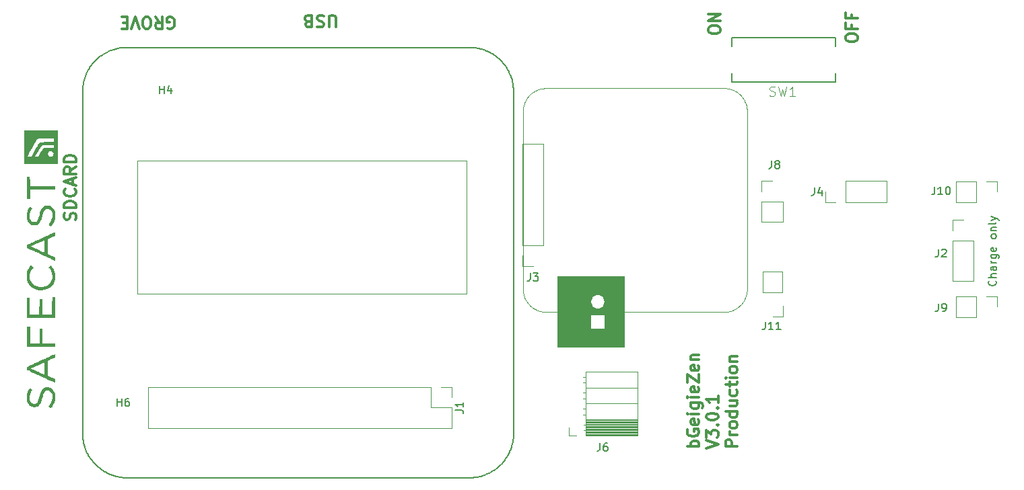
<source format=gbr>
%TF.GenerationSoftware,KiCad,Pcbnew,7.99.0-unknown-07d7ccf46f~176~ubuntu22.04.1*%
%TF.CreationDate,2024-01-11T12:25:35+09:00*%
%TF.ProjectId,bGeigieZen 3.0.1 production,62476569-6769-4655-9a65-6e20332e302e,V3.0.1*%
%TF.SameCoordinates,Original*%
%TF.FileFunction,Legend,Top*%
%TF.FilePolarity,Positive*%
%FSLAX46Y46*%
G04 Gerber Fmt 4.6, Leading zero omitted, Abs format (unit mm)*
G04 Created by KiCad (PCBNEW 7.99.0-unknown-07d7ccf46f~176~ubuntu22.04.1) date 2024-01-11 12:25:35*
%MOMM*%
%LPD*%
G01*
G04 APERTURE LIST*
%ADD10C,0.078091*%
%ADD11C,0.150176*%
%ADD12C,0.120000*%
%ADD13C,0.300000*%
%ADD14C,0.150000*%
%ADD15C,0.096520*%
%ADD16C,0.000000*%
%ADD17C,0.127000*%
%ADD18R,1.700000X1.700000*%
%ADD19O,1.700000X1.700000*%
%ADD20C,1.879600*%
%ADD21C,3.203200*%
%ADD22C,5.000000*%
%ADD23R,1.350000X1.350000*%
%ADD24O,1.350000X1.350000*%
%ADD25C,2.743200*%
G04 APERTURE END LIST*
D10*
X87039437Y-5661396D02*
X87039437Y-5661396D01*
X62761810Y-6010065D02*
X62761810Y-6010065D01*
X89484951Y-31089957D02*
X89484951Y-31089957D01*
X88879630Y-6742910D02*
X88837656Y-6689645D01*
D11*
X55418480Y-554467D02*
X55418480Y-554467D01*
X56185219Y-728310D02*
X56185219Y-728310D01*
D10*
X88374380Y-33201330D02*
X88427653Y-33159364D01*
D11*
X6837151Y-3009927D02*
X6837151Y-3009927D01*
X6321861Y-51178384D02*
X6480156Y-51541589D01*
D10*
X62140342Y-32952748D02*
X62140342Y-32952748D01*
X63131465Y-5830895D02*
X62942591Y-5913216D01*
D11*
X10903709Y-54658242D02*
X11034081Y-54670663D01*
D10*
X87912723Y-33495115D02*
X87912723Y-33495115D01*
D11*
X57156853Y-1128747D02*
X56920921Y-1010796D01*
X60112083Y-49585915D02*
X60112083Y-49585915D01*
X58286797Y-53264443D02*
X58479256Y-53084390D01*
D10*
X61796522Y-32529819D02*
X61835258Y-32586321D01*
X62264629Y-6368414D02*
X62264629Y-6368414D01*
D11*
X57271706Y-1190850D02*
X57156853Y-1128747D01*
X59786140Y-4121240D02*
X59786140Y-4121240D01*
X55157722Y-520318D02*
X55027336Y-507897D01*
D10*
X87504323Y-5772782D02*
X87438141Y-5751795D01*
D11*
X8234062Y-53633843D02*
X8234062Y-53633843D01*
D10*
X63099188Y-33595194D02*
X63163743Y-33619410D01*
D11*
X6632286Y-3348290D02*
X6570183Y-3463143D01*
X55027336Y-507897D02*
X55027336Y-507897D01*
X6101463Y-4686211D02*
X6070396Y-4813485D01*
D10*
X62238795Y-33046368D02*
X62238795Y-33046368D01*
X62732753Y-33412794D02*
X62732753Y-33412794D01*
D11*
X59038017Y-2739861D02*
X59038017Y-2739861D01*
D10*
X62852200Y-33478976D02*
X62852200Y-33478976D01*
X89344517Y-31826031D02*
X89344517Y-31826031D01*
X87241213Y-5700141D02*
X87241213Y-5700141D01*
X63993445Y-5633959D02*
X63857859Y-5646876D01*
D11*
X58237129Y-1870660D02*
X58137795Y-1786858D01*
X60124504Y-5788216D02*
X60118294Y-5657830D01*
D10*
X89488180Y-31020545D02*
X89489799Y-30918848D01*
D11*
X59522285Y-3522118D02*
X59522285Y-3522118D01*
X11297936Y-54686181D02*
X11297936Y-54686181D01*
D10*
X61305800Y-30986640D02*
X61309022Y-31056052D01*
X63588274Y-5692071D02*
X63588274Y-5692071D01*
D11*
X8181297Y-1581963D02*
X8181297Y-1581963D01*
D10*
X62560034Y-33303027D02*
X62616528Y-33340153D01*
X89218611Y-32142414D02*
X89218611Y-32142414D01*
X62117745Y-6512085D02*
X62070931Y-6560510D01*
X88677854Y-32926921D02*
X88677854Y-32926921D01*
D11*
X8904564Y-54049813D02*
X9140495Y-54167779D01*
X5940025Y-5723031D02*
X5933800Y-5856500D01*
D10*
X62046714Y-32852661D02*
X62140342Y-32952748D01*
X62645584Y-6079477D02*
X62587471Y-6118221D01*
D11*
X57665947Y-53745599D02*
X57665947Y-53745599D01*
D10*
X87073333Y-33772762D02*
X87073333Y-33772762D01*
D11*
X9624748Y-54366448D02*
X9624748Y-54366448D01*
D10*
X61670616Y-7114184D02*
X61638322Y-7173908D01*
X61402649Y-31661380D02*
X61402649Y-31661380D01*
X87107230Y-5672695D02*
X87107230Y-5672695D01*
D11*
X10577751Y-563775D02*
X10577751Y-563775D01*
D10*
X88794072Y-6637991D02*
X88794072Y-6637991D01*
D11*
X8563103Y-53854241D02*
X8674858Y-53922540D01*
D10*
X62264629Y-6368414D02*
X62164559Y-6462042D01*
X86802145Y-33805047D02*
X86802145Y-33805047D01*
X62852200Y-33478976D02*
X62974885Y-33540318D01*
D11*
X56983009Y-54139840D02*
X57097878Y-54080850D01*
X55157722Y-520318D02*
X55157722Y-520318D01*
D10*
X88677854Y-32926921D02*
X88724668Y-32878488D01*
X89218611Y-32142414D02*
X89246049Y-32081072D01*
D11*
X7631828Y-53127847D02*
X7631828Y-53127847D01*
D10*
X63036219Y-33567756D02*
X63099188Y-33595194D01*
D11*
X57774590Y-53671090D02*
X57880135Y-53596597D01*
X10127647Y-54518548D02*
X10127647Y-54518548D01*
X58187462Y-53351357D02*
X58286797Y-53264443D01*
D10*
X63857859Y-5646876D02*
X63857859Y-5646876D01*
X61357454Y-31462834D02*
X61357454Y-31462834D01*
X87696419Y-5843804D02*
X87631847Y-5819596D01*
D11*
X59609200Y-51479501D02*
X59609200Y-51479501D01*
D10*
X63891756Y-33795359D02*
X63959549Y-33801818D01*
X88631040Y-32976956D02*
X88631040Y-32976956D01*
X62001519Y-32801007D02*
X62046714Y-32852661D01*
X61688358Y-32355489D02*
X61722254Y-32413602D01*
X61873995Y-32641205D02*
X61915969Y-32696088D01*
D11*
X59152870Y-52277291D02*
X59152870Y-52277291D01*
D10*
X64130650Y-5627500D02*
X64130650Y-5627500D01*
D11*
X59429146Y-51830285D02*
X59491234Y-51715417D01*
D10*
X87601180Y-33632328D02*
X87664133Y-33608111D01*
D11*
X6275291Y-51057320D02*
X6275291Y-51057320D01*
X5933800Y-5856500D02*
X5933800Y-5856500D01*
X58336464Y-1960687D02*
X58336464Y-1960687D01*
D10*
X63554378Y-33738865D02*
X63622171Y-33753385D01*
D11*
X59187019Y-2954049D02*
X59187019Y-2954049D01*
D10*
X61462381Y-31858317D02*
X61462381Y-31858317D01*
X61315480Y-8281249D02*
X61310640Y-8349050D01*
D11*
X9876183Y-54450250D02*
X10000389Y-54484399D01*
X60127602Y-49322060D02*
X60127602Y-49322060D01*
D10*
X63455926Y-5724349D02*
X63455926Y-5724349D01*
D11*
X58137795Y-1786858D02*
X58035347Y-1703042D01*
X5943138Y-49520730D02*
X5967979Y-49781487D01*
D10*
X88837656Y-6689645D02*
X88837656Y-6689645D01*
X88235557Y-6135979D02*
X88235557Y-6135979D01*
X89488180Y-31020545D02*
X89488180Y-31020545D01*
X89321919Y-31890594D02*
X89344517Y-31826031D01*
X62367938Y-6279642D02*
X62316299Y-6323219D01*
X88940964Y-32613759D02*
X88940964Y-32613759D01*
D11*
X7923637Y-53391717D02*
X8026085Y-53475533D01*
X56983009Y-54139840D02*
X56983009Y-54139840D01*
X6539146Y-51656442D02*
X6539146Y-51656442D01*
X57880135Y-53596597D02*
X57880135Y-53596597D01*
X59075264Y-52385934D02*
X59152870Y-52277291D01*
X7873985Y-1827203D02*
X7774620Y-1914117D01*
D10*
X89286404Y-7453165D02*
X89204083Y-7264307D01*
X88505134Y-6345817D02*
X88453480Y-6302240D01*
D11*
X56557732Y-858697D02*
X56436668Y-812127D01*
X59429146Y-51830285D02*
X59429146Y-51830285D01*
D10*
X89451054Y-8043965D02*
X89438144Y-7976164D01*
D11*
X56061058Y-694161D02*
X56061058Y-694161D01*
X60065529Y-49977044D02*
X60065529Y-49977044D01*
D10*
X89401019Y-31629095D02*
X89417158Y-31562912D01*
D11*
X9441612Y-880425D02*
X9441612Y-880425D01*
D10*
X61835258Y-32586321D02*
X61835258Y-32586321D01*
D11*
X11229637Y-495492D02*
X11099266Y-501702D01*
X6030052Y-50172616D02*
X6054894Y-50299889D01*
D10*
X88400207Y-6258655D02*
X88346943Y-6216689D01*
X62316299Y-6323219D02*
X62264629Y-6368414D01*
X88605213Y-6439444D02*
X88556788Y-6392630D01*
X61622183Y-32234423D02*
X61654461Y-32295765D01*
D11*
X8286827Y-1507470D02*
X8286827Y-1507470D01*
X58088127Y-53435174D02*
X58088127Y-53435174D01*
X8563103Y-53854241D02*
X8563103Y-53854241D01*
X9379540Y-54273309D02*
X9379540Y-54273309D01*
D10*
X61330001Y-8145663D02*
X61330001Y-8145663D01*
D11*
X10254906Y-54549600D02*
X10254906Y-54549600D01*
X60121391Y-49455544D02*
X60127602Y-49322060D01*
X55027336Y-507897D02*
X54896965Y-498589D01*
D10*
X89091086Y-32384545D02*
X89091086Y-32384545D01*
X87568895Y-5795380D02*
X87504323Y-5772782D01*
D11*
X11493492Y-54689278D02*
X54698296Y-54689278D01*
D10*
X87472045Y-33675904D02*
X87472045Y-33675904D01*
X89483340Y-8315145D02*
X89483340Y-8315145D01*
D11*
X7184837Y-52646691D02*
X7184837Y-52646691D01*
X55995873Y-54503030D02*
X55995873Y-54503030D01*
X54698296Y-54689278D02*
X54831779Y-54683068D01*
D10*
X63857859Y-5646876D02*
X63722258Y-5666236D01*
X87696419Y-5843804D02*
X87696419Y-5843804D01*
X89037822Y-6967284D02*
X88999077Y-6909179D01*
D11*
X58749321Y-52795693D02*
X58749321Y-52795693D01*
D10*
X88631040Y-32976956D02*
X88677854Y-32926921D01*
D11*
X54831779Y-54683068D02*
X54831779Y-54683068D01*
X6054894Y-50299889D02*
X6054894Y-50299889D01*
X58916954Y-52593926D02*
X58997658Y-52491479D01*
X6908531Y-2901269D02*
X6908531Y-2901269D01*
D10*
X61757769Y-32471714D02*
X61757769Y-32471714D01*
X86836042Y-5637180D02*
X86768249Y-5632340D01*
X63099188Y-33595194D02*
X63099188Y-33595194D01*
D11*
X8026085Y-53475533D02*
X8128502Y-53556237D01*
D10*
X87107230Y-5672695D02*
X87039437Y-5661396D01*
X87601180Y-33632328D02*
X87601180Y-33632328D01*
D11*
X59714745Y-51240472D02*
X59714745Y-51240472D01*
D10*
X62421210Y-6237668D02*
X62421210Y-6237668D01*
X63291268Y-33666224D02*
X63357442Y-33687203D01*
X89204083Y-7264307D02*
X89204083Y-7264307D01*
X88150007Y-33359521D02*
X88150007Y-33359521D01*
X61894974Y-6770356D02*
X61894974Y-6770356D01*
X89392941Y-7777626D02*
X89392941Y-7777626D01*
X89365504Y-31759849D02*
X89365504Y-31759849D01*
D11*
X8234062Y-53633843D02*
X8342705Y-53711449D01*
D10*
X61462381Y-31858317D02*
X61484979Y-31922880D01*
X62024117Y-6612164D02*
X62024117Y-6612164D01*
X62190378Y-32999554D02*
X62190378Y-32999554D01*
D11*
X10642937Y-54624093D02*
X10642937Y-54624093D01*
D10*
X86836042Y-5637180D02*
X86836042Y-5637180D01*
D11*
X58525826Y-2140740D02*
X58429588Y-2050713D01*
D10*
X88940964Y-32613759D02*
X88981320Y-32557265D01*
D11*
X7923637Y-53391717D02*
X7923637Y-53391717D01*
X10127647Y-54518548D02*
X10254906Y-54549600D01*
X9686852Y-790398D02*
X9686852Y-790398D01*
X6210106Y-4307488D02*
X6210106Y-4307488D01*
D10*
X63422029Y-33704961D02*
X63488204Y-33722718D01*
D11*
X5961754Y-5462273D02*
X5961754Y-5462273D01*
X59395012Y-3289300D02*
X59329811Y-3177544D01*
X57097878Y-54080850D02*
X57215828Y-54018761D01*
X59661964Y-51361535D02*
X59714745Y-51240472D01*
D10*
X87631847Y-5819596D02*
X87568895Y-5795380D01*
X88858643Y-32721915D02*
X88858643Y-32721915D01*
X62882875Y-5943883D02*
X62882875Y-5943883D01*
X61936948Y-6717091D02*
X61936948Y-6717091D01*
D11*
X59891686Y-50743798D02*
X59891686Y-50743798D01*
X58833138Y-52696359D02*
X58916954Y-52593926D01*
D10*
X87207316Y-33746935D02*
X87339681Y-33714649D01*
D11*
X57827370Y-1544732D02*
X57827370Y-1544732D01*
D10*
X89141130Y-7143241D02*
X89107233Y-7083509D01*
X61638322Y-7173908D02*
X61638322Y-7173908D01*
D11*
X57985680Y-53515878D02*
X57985680Y-53515878D01*
X59869957Y-4369592D02*
X59829597Y-4245416D01*
X5936913Y-49390344D02*
X5943138Y-49520730D01*
X7144463Y-2584649D02*
X7144463Y-2584649D01*
D10*
X89417158Y-31562912D02*
X89431686Y-31495119D01*
X63959549Y-33801818D02*
X64027342Y-33806658D01*
D11*
X60018959Y-50234704D02*
X60043785Y-50107430D01*
D10*
X62503539Y-33262672D02*
X62503539Y-33262672D01*
D11*
X56374580Y-54388177D02*
X56498756Y-54344720D01*
X56185219Y-728310D02*
X56061058Y-694161D01*
X59807869Y-50995232D02*
X59807869Y-50995232D01*
X59152870Y-52277291D02*
X59224266Y-52168649D01*
X7824303Y-53307900D02*
X7923637Y-53391717D01*
D10*
X62530977Y-6156958D02*
X62476102Y-6195694D01*
D11*
X10385277Y-54577523D02*
X10385277Y-54577523D01*
D10*
X87039437Y-5661396D02*
X86971636Y-5651716D01*
X89444595Y-31428937D02*
X89444595Y-31428937D01*
D11*
X7535606Y-53037835D02*
X7535606Y-53037835D01*
X8904564Y-54049813D02*
X8904564Y-54049813D01*
D10*
X88427653Y-33159364D02*
X88427653Y-33159364D01*
X64061238Y-5630729D02*
X63993445Y-5633959D01*
X61344537Y-31395041D02*
X61357454Y-31462834D01*
X63323545Y-5763094D02*
X63258990Y-5784081D01*
D11*
X10447380Y-588616D02*
X10447380Y-588616D01*
X7492149Y-2190408D02*
X7402123Y-2283532D01*
D10*
X63455926Y-5724349D02*
X63323545Y-5763094D01*
X86768249Y-5632340D02*
X86698837Y-5629119D01*
D11*
X55222908Y-54652032D02*
X55222908Y-54652032D01*
D10*
X89157269Y-32265090D02*
X89157269Y-32265090D01*
D11*
X9748924Y-54409905D02*
X9748924Y-54409905D01*
X6697472Y-3233422D02*
X6697472Y-3233422D01*
X7402123Y-2283532D02*
X7312096Y-2382867D01*
D10*
X63131465Y-5830895D02*
X63131465Y-5830895D01*
D11*
X58876595Y-2531869D02*
X58792778Y-2432534D01*
D10*
X63654465Y-5679154D02*
X63588274Y-5692071D01*
D11*
X7873985Y-1827203D02*
X7873985Y-1827203D01*
X58187462Y-53351357D02*
X58187462Y-53351357D01*
X8128502Y-53556237D02*
X8128502Y-53556237D01*
X6539146Y-51656442D02*
X6601219Y-51774407D01*
X60099663Y-49716287D02*
X60099663Y-49716287D01*
X8789696Y-53987725D02*
X8789696Y-53987725D01*
D10*
X89246049Y-32081072D02*
X89273494Y-32018119D01*
D11*
X59038017Y-2739861D02*
X58957314Y-2634301D01*
X59522285Y-3522118D02*
X59460197Y-3404168D01*
X6275291Y-51057320D02*
X6321861Y-51178384D01*
D10*
X63357442Y-33687203D02*
X63357442Y-33687203D01*
D11*
X9810997Y-750039D02*
X9686852Y-790398D01*
X60130714Y-5921700D02*
X60124504Y-5788216D01*
X8618980Y-1290185D02*
X8618980Y-1290185D01*
D10*
X61350995Y-8010061D02*
X61339697Y-8077862D01*
X87173412Y-5685613D02*
X87173412Y-5685613D01*
X61915969Y-32696088D02*
X61957942Y-32749353D01*
D11*
X60065529Y-49977044D02*
X60084145Y-49846673D01*
X5933800Y-5856500D02*
X5930717Y-6052087D01*
D10*
X89480110Y-31157750D02*
X89480110Y-31157750D01*
X88858643Y-32721915D02*
X88900609Y-32668642D01*
D11*
X8075737Y-1662682D02*
X7973290Y-1743401D01*
X55614037Y-54589944D02*
X55614037Y-54589944D01*
X58997658Y-52491479D02*
X58997658Y-52491479D01*
X59261528Y-3065789D02*
X59187019Y-2954049D01*
X59395012Y-3289300D02*
X59395012Y-3289300D01*
D10*
X88062837Y-6026212D02*
X88062837Y-6026212D01*
D11*
X6116966Y-50554437D02*
X6191460Y-50808984D01*
X58336464Y-1960687D02*
X58237129Y-1870660D01*
X57554192Y-53820092D02*
X57554192Y-53820092D01*
X6054894Y-50299889D02*
X6116966Y-50554437D01*
X6948906Y-52333169D02*
X7023399Y-52438714D01*
D10*
X89417158Y-31562912D02*
X89417158Y-31562912D01*
X89204083Y-7264307D02*
X89173415Y-7204575D01*
X89107233Y-7083509D02*
X89073329Y-7025397D01*
X61740027Y-6996340D02*
X61704512Y-7054453D01*
D11*
X6116966Y-50554437D02*
X6116966Y-50554437D01*
X60093452Y-5397088D02*
X60056206Y-5136330D01*
D10*
X89383261Y-31695277D02*
X89383261Y-31695277D01*
X86937739Y-33792130D02*
X86937739Y-33792130D01*
D11*
X5930717Y-49256860D02*
X5936913Y-49390344D01*
X60018959Y-50234704D02*
X60018959Y-50234704D01*
X60056206Y-5136330D02*
X60056206Y-5136330D01*
D10*
X87472045Y-33675904D02*
X87536609Y-33654925D01*
X88837656Y-6689645D02*
X88794072Y-6637991D01*
X88981320Y-32557265D02*
X88981320Y-32557265D01*
X62732753Y-33412794D02*
X62792469Y-33446691D01*
D11*
X57610069Y-1395715D02*
X57498314Y-1324319D01*
D10*
X61497896Y-7485451D02*
X61473680Y-7548404D01*
X88748876Y-6586337D02*
X88748876Y-6586337D01*
X62238795Y-33046368D02*
X62290464Y-33093182D01*
D11*
X60031380Y-5005944D02*
X60031380Y-5005944D01*
D10*
X61307403Y-8418453D02*
X61305800Y-8520159D01*
D11*
X6874413Y-52224511D02*
X6948906Y-52333169D01*
D10*
X88264614Y-33282040D02*
X88264614Y-33282040D01*
X64027342Y-33806658D02*
X64027342Y-33806658D01*
D11*
X9562675Y-833855D02*
X9562675Y-833855D01*
X58997658Y-52491479D02*
X59075264Y-52385934D01*
X59187019Y-2954049D02*
X59112526Y-2845391D01*
D10*
X89344517Y-31826031D02*
X89365504Y-31759849D01*
X89037822Y-6967284D02*
X89037822Y-6967284D01*
D11*
X5930717Y-6052087D02*
X5930717Y-6052087D01*
D10*
X63688361Y-33766303D02*
X63688361Y-33766303D01*
D11*
X57718712Y-1467126D02*
X57718712Y-1467126D01*
D10*
X62942591Y-5913216D02*
X62942591Y-5913216D01*
D11*
X9503685Y-54319878D02*
X9624748Y-54366448D01*
X58957314Y-2634301D02*
X58876595Y-2531869D01*
X57498314Y-1324319D02*
X57386559Y-1256036D01*
D10*
X61325176Y-31259447D02*
X61344537Y-31395041D01*
D11*
X6765770Y-3121667D02*
X6765770Y-3121667D01*
X5936913Y-49390344D02*
X5936913Y-49390344D01*
D10*
X61321939Y-8213456D02*
X61315480Y-8281249D01*
D11*
X6231834Y-50933160D02*
X6275291Y-51057320D01*
D10*
X89333218Y-7580690D02*
X89310620Y-7516118D01*
X89483340Y-8315145D02*
X89470422Y-8179559D01*
D11*
X6191460Y-50808984D02*
X6231834Y-50933160D01*
X10254906Y-54549600D02*
X10385277Y-54577523D01*
D10*
X89173415Y-7204575D02*
X89141130Y-7143241D01*
D11*
X55995873Y-54503030D02*
X56250420Y-54428521D01*
X10385277Y-54577523D02*
X10512566Y-54602364D01*
D10*
X61370372Y-31529016D02*
X61402649Y-31661380D01*
D11*
X59491234Y-51715417D02*
X59609200Y-51479501D01*
X56498756Y-54344720D02*
X56619820Y-54298150D01*
X7724937Y-53217873D02*
X7724937Y-53217873D01*
X7973290Y-1743401D02*
X7973290Y-1743401D01*
X60121391Y-49455544D02*
X60121391Y-49455544D01*
D10*
X89297703Y-31953555D02*
X89321919Y-31890594D01*
D11*
X7631828Y-53127847D02*
X7724937Y-53217873D01*
X60124504Y-5788216D02*
X60124504Y-5788216D01*
X60118294Y-5657830D02*
X60093452Y-5397088D01*
X10642937Y-54624093D02*
X10773338Y-54642724D01*
X59925835Y-50619622D02*
X59925835Y-50619622D01*
X6799889Y-52112771D02*
X6874413Y-52224511D01*
X56557732Y-858697D02*
X56557732Y-858697D01*
X8128502Y-53556237D02*
X8234062Y-53633843D01*
D10*
X61357454Y-31462834D02*
X61370372Y-31529016D01*
X88771474Y-32826834D02*
X88771474Y-32826834D01*
X89091086Y-32384545D02*
X89124983Y-32324822D01*
X63722258Y-5666236D02*
X63722258Y-5666236D01*
D11*
X54962151Y-54676873D02*
X55222908Y-54652032D01*
X7402123Y-2283532D02*
X7402123Y-2283532D01*
D10*
X61854634Y-6825239D02*
X61854634Y-6825239D01*
X87852992Y-33525790D02*
X87852992Y-33525790D01*
X86937739Y-33792130D02*
X87073333Y-33772762D01*
X62587471Y-6118221D02*
X62530977Y-6156958D01*
X89470422Y-8179559D02*
X89470422Y-8179559D01*
X61549534Y-7357927D02*
X61549534Y-7357927D01*
X89489799Y-30918848D02*
X89489799Y-8452358D01*
D11*
X57827370Y-1544732D02*
X57718712Y-1467126D01*
D10*
X61441386Y-31793745D02*
X61441386Y-31793745D01*
D11*
X57330681Y-53953576D02*
X57330681Y-53953576D01*
X5949333Y-5592645D02*
X5949333Y-5592645D01*
D10*
X88556788Y-6392630D02*
X88556788Y-6392630D01*
D11*
X60130714Y-49126489D02*
X60130714Y-5921700D01*
D10*
X61638322Y-7173908D02*
X61576988Y-7296584D01*
D11*
X7582176Y-2094170D02*
X7492149Y-2190408D01*
D10*
X63823963Y-33787290D02*
X63823963Y-33787290D01*
D11*
X55741325Y-54565118D02*
X55995873Y-54503030D01*
D10*
X62942591Y-5913216D02*
X62882875Y-5943883D01*
X88479307Y-33115779D02*
X88530961Y-33070584D01*
D11*
X56312492Y-768670D02*
X56185219Y-728310D01*
X10512566Y-54602364D02*
X10512566Y-54602364D01*
D10*
X88208119Y-33320785D02*
X88264614Y-33282040D01*
D11*
X56250420Y-54428521D02*
X56250420Y-54428521D01*
D10*
X88150007Y-33359521D02*
X88208119Y-33320785D01*
X62001519Y-32801007D02*
X62001519Y-32801007D01*
D11*
X6005211Y-50042245D02*
X6030052Y-50172616D01*
X6135582Y-4558938D02*
X6135582Y-4558938D01*
X10000389Y-54484399D02*
X10000389Y-54484399D01*
D10*
X61315480Y-8281249D02*
X61315480Y-8281249D01*
X63756154Y-33777602D02*
X63756154Y-33777602D01*
X62342118Y-33136766D02*
X62395391Y-33180351D01*
D11*
X6731590Y-52001016D02*
X6799889Y-52112771D01*
D10*
X61310640Y-8349050D02*
X61307403Y-8418453D01*
D11*
X55806511Y-628976D02*
X55806511Y-628976D01*
D10*
X89489799Y-8452358D02*
X89489799Y-8452358D01*
X62070931Y-6560510D02*
X62070931Y-6560510D01*
D11*
X7824303Y-53307900D02*
X7824303Y-53307900D01*
X56619820Y-54298150D02*
X56983009Y-54139840D01*
D10*
X87974058Y-33462829D02*
X88033781Y-33428933D01*
D11*
X59112526Y-2845391D02*
X59038017Y-2739861D01*
D10*
X63258990Y-5784081D02*
X63258990Y-5784081D01*
D11*
X10838524Y-526543D02*
X10838524Y-526543D01*
D10*
X89124983Y-32324822D02*
X89124983Y-32324822D01*
D11*
X6399437Y-3817025D02*
X6346672Y-3938088D01*
X6731590Y-52001016D02*
X6731590Y-52001016D01*
X10065575Y-675530D02*
X10065575Y-675530D01*
D10*
X64198443Y-33811498D02*
X64198443Y-33811498D01*
X61980540Y-6663818D02*
X61980540Y-6663818D01*
X89173415Y-7204575D02*
X89173415Y-7204575D01*
X89055579Y-32442658D02*
X89091086Y-32384545D01*
X89124983Y-32324822D02*
X89157269Y-32265090D01*
D11*
X56619820Y-54298150D02*
X56619820Y-54298150D01*
D10*
X61670616Y-7114184D02*
X61670616Y-7114184D01*
X61777145Y-6938235D02*
X61777145Y-6938235D01*
D11*
X11297936Y-54686181D02*
X11493492Y-54689278D01*
D10*
X88960341Y-6852677D02*
X88960341Y-6852677D01*
X62616528Y-33340153D02*
X62674640Y-33377279D01*
D11*
X11099266Y-501702D02*
X11099266Y-501702D01*
X6948906Y-52333169D02*
X6948906Y-52333169D01*
D10*
X89425227Y-7909990D02*
X89425227Y-7909990D01*
D11*
X5930717Y-6052087D02*
X5930717Y-49256860D01*
D12*
X65599171Y-29314844D02*
X73981171Y-29314844D01*
X73981171Y-38204844D01*
X65599171Y-38204844D01*
X65599171Y-29314844D01*
G36*
X65599171Y-29314844D02*
G01*
X73981171Y-29314844D01*
X73981171Y-38204844D01*
X65599171Y-38204844D01*
X65599171Y-29314844D01*
G37*
D10*
X87207316Y-33746935D02*
X87207316Y-33746935D01*
D11*
X6601219Y-51774407D02*
X6601219Y-51774407D01*
D10*
X62587471Y-6118221D02*
X62587471Y-6118221D01*
D11*
X56498756Y-54344720D02*
X56498756Y-54344720D01*
X58237129Y-1870660D02*
X58237129Y-1870660D01*
D10*
X87173412Y-5685613D02*
X87107230Y-5672695D01*
X61402649Y-31661380D02*
X61441386Y-31793745D01*
D11*
X5967979Y-49781487D02*
X6005211Y-50042245D01*
D10*
X89310620Y-7516118D02*
X89310620Y-7516118D01*
D11*
X59295677Y-52056893D02*
X59295677Y-52056893D01*
X56802971Y-958032D02*
X56802971Y-958032D01*
D10*
X86597140Y-5627500D02*
X64130650Y-5627500D01*
D11*
X59460197Y-3404168D02*
X59460197Y-3404168D01*
D10*
X61622183Y-32234423D02*
X61622183Y-32234423D01*
X88319497Y-33243304D02*
X88319497Y-33243304D01*
X61522097Y-7420879D02*
X61497896Y-7485451D01*
D11*
X6231834Y-50933160D02*
X6231834Y-50933160D01*
D10*
X61497896Y-7485451D02*
X61497896Y-7485451D01*
D11*
X6346672Y-3938088D02*
X6300133Y-4062264D01*
D10*
X61312259Y-31123853D02*
X61312259Y-31123853D01*
D11*
X7355553Y-52845361D02*
X7535606Y-53037835D01*
D10*
X88120950Y-6061719D02*
X88120950Y-6061719D01*
D11*
X59581261Y-3636987D02*
X59522285Y-3522118D01*
X6005211Y-50042245D02*
X6005211Y-50042245D01*
D10*
X87852992Y-33525790D02*
X87912723Y-33495115D01*
D11*
X56920921Y-1010796D02*
X56920921Y-1010796D01*
X59295677Y-52056893D02*
X59363960Y-51945138D01*
D10*
X88208119Y-33320785D02*
X88208119Y-33320785D01*
D11*
X57880135Y-53596597D02*
X57985680Y-53515878D01*
D10*
X87536609Y-33654925D02*
X87536609Y-33654925D01*
X87339681Y-33714649D02*
X87472045Y-33675904D01*
X62316299Y-6323219D02*
X62316299Y-6323219D01*
X61344537Y-31395041D02*
X61344537Y-31395041D01*
X87820706Y-5898688D02*
X87759372Y-5871250D01*
X88120950Y-6061719D02*
X88062837Y-6026212D01*
D11*
X58035347Y-1703042D02*
X57932915Y-1622338D01*
X6632286Y-3348290D02*
X6632286Y-3348290D01*
D10*
X86698837Y-5629119D02*
X86698837Y-5629119D01*
X88815059Y-32775180D02*
X88858643Y-32721915D01*
D11*
X60006538Y-4878686D02*
X60006538Y-4878686D01*
X60130714Y-5921700D02*
X60130714Y-5921700D01*
X60043785Y-50107430D02*
X60043785Y-50107430D01*
D10*
X63688361Y-33766303D02*
X63756154Y-33777602D01*
D11*
X59851326Y-50871072D02*
X59891686Y-50743798D01*
D10*
X62164559Y-6462042D02*
X62117745Y-6512085D01*
X88530961Y-33070584D02*
X88530961Y-33070584D01*
X89310620Y-7516118D02*
X89286404Y-7453165D01*
X61522097Y-7420879D02*
X61522097Y-7420879D01*
D11*
X9379540Y-54273309D02*
X9503685Y-54319878D01*
X6191460Y-50808984D02*
X6191460Y-50808984D01*
D10*
X62645584Y-6079477D02*
X62645584Y-6079477D01*
X61873995Y-32641205D02*
X61873995Y-32641205D01*
D11*
X7228294Y-2482201D02*
X7144463Y-2584649D01*
X6017632Y-5071130D02*
X5995903Y-5201516D01*
X8075737Y-1662682D02*
X8075737Y-1662682D01*
X57156853Y-1128747D02*
X57156853Y-1128747D01*
D10*
X63488204Y-33722718D02*
X63554378Y-33738865D01*
D11*
X7312096Y-2382867D02*
X7228294Y-2482201D01*
X6070396Y-4813485D02*
X6042442Y-4943871D01*
X57271706Y-1190850D02*
X57271706Y-1190850D01*
D10*
X87974058Y-33462829D02*
X87974058Y-33462829D01*
D11*
X59925835Y-50619622D02*
X59959984Y-50492349D01*
D10*
X61796522Y-32529819D02*
X61796522Y-32529819D01*
D12*
X12791800Y-14746500D02*
X54193800Y-14746500D01*
X54193800Y-31510500D01*
X12791800Y-31510500D01*
X12791800Y-14746500D01*
D11*
X60043785Y-50107430D02*
X60065529Y-49977044D01*
D10*
X61509195Y-31985833D02*
X61509195Y-31985833D01*
D11*
X60093452Y-5397088D02*
X60093452Y-5397088D01*
D10*
X87339681Y-33714649D02*
X87339681Y-33714649D01*
D11*
X59739571Y-4000176D02*
X59739571Y-4000176D01*
D10*
X63756154Y-33777602D02*
X63823963Y-33787290D01*
X87504323Y-5772782D02*
X87504323Y-5772782D01*
X62342118Y-33136766D02*
X62342118Y-33136766D01*
D11*
X60056206Y-5136330D02*
X60031380Y-5005944D01*
X54962151Y-54676873D02*
X54962151Y-54676873D01*
D10*
X62703697Y-6043970D02*
X62703697Y-6043970D01*
X61394588Y-7809903D02*
X61394588Y-7809903D01*
D11*
X5977257Y-5331902D02*
X5961754Y-5462273D01*
D10*
X88091894Y-33395036D02*
X88150007Y-33359521D01*
X61321939Y-8213456D02*
X61321939Y-8213456D01*
X86903843Y-5643639D02*
X86836042Y-5637180D01*
D11*
X6570183Y-3463143D02*
X6570183Y-3463143D01*
D10*
X89141130Y-7143241D02*
X89141130Y-7143241D01*
D11*
X9562675Y-833855D02*
X9441612Y-880425D01*
X55933784Y-660012D02*
X55933784Y-660012D01*
X6017632Y-5071130D02*
X6017632Y-5071130D01*
D10*
X63722258Y-5666236D02*
X63654465Y-5679154D01*
X88062837Y-6026212D02*
X88003114Y-5992316D01*
X61814263Y-6881733D02*
X61814263Y-6881733D01*
X89297703Y-31953555D02*
X89297703Y-31953555D01*
X88091894Y-33395036D02*
X88091894Y-33395036D01*
X88033781Y-33428933D02*
X88033781Y-33428933D01*
X88179063Y-6098845D02*
X88179063Y-6098845D01*
X87141126Y-33759844D02*
X87141126Y-33759844D01*
X61957942Y-32749353D02*
X61957942Y-32749353D01*
X61310640Y-8349050D02*
X61310640Y-8349050D01*
D11*
X6601219Y-51774407D02*
X6666405Y-51889260D01*
D10*
X64061238Y-5630729D02*
X64061238Y-5630729D01*
X61704512Y-7054453D02*
X61670616Y-7114184D01*
X61312259Y-31123853D02*
X61325176Y-31259447D01*
X87664133Y-33608111D02*
X87852992Y-33525790D01*
D11*
X55548851Y-576196D02*
X55548851Y-576196D01*
D10*
X86802145Y-33805047D02*
X86937739Y-33792130D01*
D11*
X5949333Y-5592645D02*
X5940025Y-5723031D01*
X54896965Y-498589D02*
X54896965Y-498589D01*
X57442436Y-53888390D02*
X57442436Y-53888390D01*
D10*
X89321919Y-31890594D02*
X89321919Y-31890594D01*
D11*
X57330681Y-53953576D02*
X57442436Y-53888390D01*
D10*
X88655256Y-6486258D02*
X88605213Y-6439444D01*
X62395391Y-33180351D02*
X62395391Y-33180351D01*
X89473652Y-31225542D02*
X89480110Y-31157750D01*
D11*
X6101463Y-4686211D02*
X6101463Y-4686211D01*
X6570183Y-3463143D02*
X6452232Y-3699059D01*
X8674858Y-53922540D02*
X8674858Y-53922540D01*
D10*
X62448648Y-33222317D02*
X62448648Y-33222317D01*
X89333218Y-7580690D02*
X89333218Y-7580690D01*
X62974885Y-33540318D02*
X63036219Y-33567756D01*
D11*
X58429588Y-2050713D02*
X58336464Y-1960687D01*
X6874413Y-52224511D02*
X6874413Y-52224511D01*
X6042442Y-4943871D02*
X6017632Y-5071130D01*
D10*
X86903843Y-5643639D02*
X86903843Y-5643639D01*
D11*
X11363121Y-489282D02*
X11363121Y-489282D01*
D10*
X89438144Y-7976164D02*
X89438144Y-7976164D01*
D11*
X58792778Y-2432534D02*
X58705864Y-2333199D01*
X5977257Y-5331902D02*
X5977257Y-5331902D01*
D10*
X62761810Y-6010065D02*
X62703697Y-6043970D01*
D11*
X55806511Y-628976D02*
X55676125Y-601037D01*
D10*
X88655256Y-6486258D02*
X88655256Y-6486258D01*
X89473652Y-31225542D02*
X89473652Y-31225542D01*
D11*
X6346672Y-3938088D02*
X6346672Y-3938088D01*
D10*
X63891756Y-33795359D02*
X63891756Y-33795359D01*
D11*
X58286797Y-53264443D02*
X58286797Y-53264443D01*
X7355553Y-52845361D02*
X7355553Y-52845361D01*
D10*
X88400207Y-6258655D02*
X88400207Y-6258655D01*
X87307395Y-5716280D02*
X87241213Y-5700141D01*
X62882875Y-5943883D02*
X62821541Y-5976169D01*
D11*
X8395470Y-1432977D02*
X8286827Y-1507470D01*
D10*
X88724668Y-32878488D02*
X88771474Y-32826834D01*
X61957942Y-32749353D02*
X62001519Y-32801007D01*
D11*
X57498314Y-1324319D02*
X57498314Y-1324319D01*
D10*
X61325176Y-31259447D02*
X61325176Y-31259447D01*
D11*
X58659309Y-52895028D02*
X58749321Y-52795693D01*
X6135582Y-4558938D02*
X6101463Y-4686211D01*
D10*
X63036219Y-33567756D02*
X63036219Y-33567756D01*
D11*
X7023399Y-52438714D02*
X7023399Y-52438714D01*
X55741325Y-54565118D02*
X55741325Y-54565118D01*
X58705864Y-2333199D02*
X58525826Y-2140740D01*
D10*
X62164559Y-6462042D02*
X62164559Y-6462042D01*
X64198443Y-33811498D02*
X86664941Y-33811498D01*
X62367938Y-6279642D02*
X62367938Y-6279642D01*
D11*
X59761299Y-51116311D02*
X59807869Y-50995232D01*
D10*
X88479307Y-33115779D02*
X88479307Y-33115779D01*
D11*
X55676125Y-601037D02*
X55676125Y-601037D01*
X58525826Y-2140740D02*
X58525826Y-2140740D01*
D10*
X87373577Y-5734037D02*
X87307395Y-5716280D01*
D11*
X6210106Y-4307488D02*
X6169731Y-4434777D01*
D10*
X87631847Y-5819596D02*
X87631847Y-5819596D01*
X61441386Y-31793745D02*
X61462381Y-31858317D01*
D11*
X59261528Y-3065789D02*
X59261528Y-3065789D01*
D10*
X63194418Y-5806678D02*
X63131465Y-5830895D01*
D11*
X5961754Y-5462273D02*
X5949333Y-5592645D01*
X8342705Y-53711449D02*
X8342705Y-53711449D01*
D10*
X87568895Y-5795380D02*
X87568895Y-5795380D01*
D11*
X57386559Y-1256036D02*
X57386559Y-1256036D01*
X58916954Y-52593926D02*
X58916954Y-52593926D01*
D10*
X88453480Y-6302240D02*
X88400207Y-6258655D01*
X88427653Y-33159364D02*
X88479307Y-33115779D01*
D11*
X10512566Y-54602364D02*
X10642937Y-54624093D01*
D10*
X62476102Y-6195694D02*
X62421210Y-6237668D01*
X89401019Y-31629095D02*
X89401019Y-31629095D01*
D11*
X9140495Y-54167779D02*
X9140495Y-54167779D01*
X59944450Y-4624139D02*
X59869957Y-4369592D01*
D10*
X86971636Y-5651716D02*
X86971636Y-5651716D01*
X87912723Y-33495115D02*
X87974058Y-33462829D01*
D11*
X9503685Y-54319878D02*
X9503685Y-54319878D01*
D10*
X88003114Y-5992316D02*
X87943390Y-5960022D01*
D11*
X7774620Y-1914117D02*
X7774620Y-1914117D01*
D10*
X61980540Y-6663818D02*
X61936948Y-6717091D01*
D11*
X7063744Y-2687081D02*
X7063744Y-2687081D01*
D10*
X61350995Y-8010061D02*
X61350995Y-8010061D01*
D11*
X58659309Y-52895028D02*
X58659309Y-52895028D01*
X5967979Y-49781487D02*
X5967979Y-49781487D01*
X59112526Y-2845391D02*
X59112526Y-2845391D01*
X10773338Y-54642724D02*
X10903709Y-54658242D01*
D10*
X62117745Y-6512085D02*
X62117745Y-6512085D01*
X61549534Y-7357927D02*
X61522097Y-7420879D01*
X88003114Y-5992316D02*
X88003114Y-5992316D01*
X63194418Y-5806678D02*
X63194418Y-5806678D01*
X89157269Y-32265090D02*
X89218611Y-32142414D01*
D11*
X6765770Y-3121667D02*
X6697472Y-3233422D01*
X8395470Y-1432977D02*
X8395470Y-1432977D01*
D10*
X61484979Y-31922880D02*
X61484979Y-31922880D01*
D11*
X56250420Y-54428521D02*
X56374580Y-54388177D01*
D10*
X62703697Y-6043970D02*
X62645584Y-6079477D01*
D11*
X9078392Y-1038735D02*
X9078392Y-1038735D01*
D10*
X62792469Y-33446691D02*
X62852200Y-33478976D01*
D11*
X8181297Y-1581963D02*
X8075737Y-1662682D01*
X59609200Y-51479501D02*
X59661964Y-51361535D01*
D10*
X89480110Y-31157750D02*
X89484951Y-31089957D01*
X61473680Y-7548404D02*
X61451082Y-7612967D01*
X62024117Y-6612164D02*
X61980540Y-6663818D01*
X89392941Y-7777626D02*
X89354205Y-7645261D01*
D11*
X56802971Y-958032D02*
X56681908Y-905251D01*
X59991020Y-50365075D02*
X60018959Y-50234704D01*
D10*
X61704512Y-7054453D02*
X61704512Y-7054453D01*
D11*
X58749321Y-52795693D02*
X58833138Y-52696359D01*
X6030052Y-50172616D02*
X6030052Y-50172616D01*
D10*
X61394588Y-7809903D02*
X61378433Y-7876086D01*
X89431686Y-31495119D02*
X89444595Y-31428937D01*
X62674640Y-33377279D02*
X62732753Y-33412794D01*
X62290464Y-33093182D02*
X62290464Y-33093182D01*
X62290464Y-33093182D02*
X62342118Y-33136766D01*
D11*
X56681908Y-905251D02*
X56557732Y-858697D01*
D10*
X87820706Y-5898688D02*
X87820706Y-5898688D01*
X86734352Y-33808269D02*
X86734352Y-33808269D01*
X88960341Y-6852677D02*
X88921596Y-6797801D01*
X61835258Y-32586321D02*
X61873995Y-32641205D01*
D11*
X6300133Y-4062264D02*
X6300133Y-4062264D01*
D10*
X63823963Y-33787290D02*
X63891756Y-33795359D01*
X63291268Y-33666224D02*
X63291268Y-33666224D01*
D11*
X6799889Y-52112771D02*
X6799889Y-52112771D01*
X5943138Y-49520730D02*
X5943138Y-49520730D01*
D10*
X88815059Y-32775180D02*
X88815059Y-32775180D01*
X88879630Y-6742910D02*
X88879630Y-6742910D01*
X61936948Y-6717091D02*
X61894974Y-6770356D01*
X88235557Y-6135979D02*
X88179063Y-6098845D01*
D11*
X58792778Y-2432534D02*
X58792778Y-2432534D01*
D10*
X89107233Y-7083509D02*
X89107233Y-7083509D01*
X89354205Y-7645261D02*
X89354205Y-7645261D01*
D11*
X59761299Y-51116311D02*
X59761299Y-51116311D01*
D10*
X62046714Y-32852661D02*
X62046714Y-32852661D01*
D11*
X6480156Y-51541589D02*
X6480156Y-51541589D01*
D10*
X89489799Y-8452358D02*
X89486569Y-8382946D01*
X86768249Y-5632340D02*
X86768249Y-5632340D01*
D11*
X7268639Y-52746026D02*
X7268639Y-52746026D01*
D10*
X88981320Y-32557265D02*
X89018445Y-32500771D01*
D11*
X7492149Y-2190408D02*
X7492149Y-2190408D01*
X9258446Y-54220544D02*
X9379540Y-54273309D01*
X6697472Y-3233422D02*
X6632286Y-3348290D01*
D10*
X89273494Y-32018119D02*
X89297703Y-31953555D01*
D11*
X7535606Y-53037835D02*
X7631828Y-53127847D01*
D10*
X61576988Y-7296584D02*
X61576988Y-7296584D01*
X61484979Y-31922880D02*
X61509195Y-31985833D01*
X87373577Y-5734037D02*
X87373577Y-5734037D01*
X63163743Y-33619410D02*
X63163743Y-33619410D01*
D11*
X58035347Y-1703042D02*
X58035347Y-1703042D01*
D10*
X89383261Y-31695277D02*
X89401019Y-31629095D01*
X63226696Y-33643627D02*
X63226696Y-33643627D01*
D11*
X7023399Y-52438714D02*
X7104118Y-52544259D01*
X59807869Y-50995232D02*
X59851326Y-50871072D01*
D10*
X61430087Y-7679158D02*
X61412330Y-7743721D01*
X88556788Y-6392630D02*
X88505134Y-6345817D01*
X61854634Y-6825239D02*
X61814263Y-6881733D01*
X88179063Y-6098845D02*
X88120950Y-6061719D01*
D11*
X10903709Y-54658242D02*
X10903709Y-54658242D01*
X57932915Y-1622338D02*
X57827370Y-1544732D01*
X60031380Y-5005944D02*
X60006538Y-4878686D01*
X56436668Y-812127D02*
X56312492Y-768670D01*
D10*
X63993445Y-5633959D02*
X63993445Y-5633959D01*
X62395391Y-33180351D02*
X62448648Y-33222317D01*
D11*
X54831779Y-54683068D02*
X54962151Y-54676873D01*
X6253563Y-4183328D02*
X6210106Y-4307488D01*
X55676125Y-601037D02*
X55548851Y-576196D01*
D10*
X88724668Y-32878488D02*
X88724668Y-32878488D01*
D11*
X60006538Y-4878686D02*
X59944450Y-4624139D01*
X56374580Y-54388177D02*
X56374580Y-54388177D01*
D10*
X89455902Y-31361136D02*
X89455902Y-31361136D01*
X88453480Y-6302240D02*
X88453480Y-6302240D01*
X63163743Y-33619410D02*
X63226696Y-33643627D01*
D11*
X56312492Y-768670D02*
X56312492Y-768670D01*
X58088127Y-53435174D02*
X58187462Y-53351357D01*
D10*
X63226696Y-33643627D02*
X63291268Y-33666224D01*
X87241213Y-5700141D02*
X87173412Y-5685613D01*
D11*
X54763481Y-492394D02*
X54567909Y-489282D01*
X5930717Y-49256860D02*
X5930717Y-49256860D01*
X58705864Y-2333199D02*
X58705864Y-2333199D01*
X59786140Y-4121240D02*
X59739571Y-4000176D01*
D10*
X88292059Y-6176334D02*
X88292059Y-6176334D01*
X63422029Y-33704961D02*
X63422029Y-33704961D01*
D11*
X59944450Y-4624139D02*
X59944450Y-4624139D01*
D10*
X88530961Y-33070584D02*
X88631040Y-32976956D01*
X88346943Y-6216689D02*
X88292059Y-6176334D01*
X61370372Y-31529016D02*
X61370372Y-31529016D01*
X62070931Y-6560510D02*
X62024117Y-6612164D01*
X88033781Y-33428933D02*
X88091894Y-33395036D01*
X61412330Y-7743721D02*
X61394588Y-7809903D01*
D11*
X7724937Y-53217873D02*
X7824303Y-53307900D01*
D10*
X62821541Y-5976169D02*
X62761810Y-6010065D01*
D11*
X55614037Y-54589944D02*
X55741325Y-54565118D01*
D10*
X89455902Y-31361136D02*
X89465582Y-31293343D01*
D11*
X60099663Y-49716287D02*
X60112083Y-49585915D01*
D10*
X88374380Y-33201330D02*
X88374380Y-33201330D01*
D11*
X55288094Y-535851D02*
X55157722Y-520318D01*
D10*
X88921596Y-6797801D02*
X88921596Y-6797801D01*
X86597140Y-5627500D02*
X86597140Y-5627500D01*
D11*
X9078392Y-1038735D02*
X8963554Y-1097710D01*
D10*
X89470422Y-8179559D02*
X89451054Y-8043965D01*
X86971636Y-5651716D02*
X86903843Y-5643639D01*
D11*
X58569283Y-52988168D02*
X58659309Y-52895028D01*
X57097878Y-54080850D02*
X57097878Y-54080850D01*
D10*
X61688358Y-32355489D02*
X61688358Y-32355489D01*
X62448648Y-33222317D02*
X62503539Y-33262672D01*
X61654461Y-32295765D02*
X61688358Y-32355489D01*
D11*
X11099266Y-501702D02*
X10838524Y-526543D01*
X8451347Y-53782845D02*
X8451347Y-53782845D01*
D10*
X89451054Y-8043965D02*
X89451054Y-8043965D01*
D11*
X11363121Y-489282D02*
X11229637Y-495492D01*
X59581261Y-3636987D02*
X59581261Y-3636987D01*
D10*
X88921596Y-6797801D02*
X88879630Y-6742910D01*
D11*
X6986168Y-2792626D02*
X6908531Y-2901269D01*
D10*
X89073329Y-7025397D02*
X89073329Y-7025397D01*
D11*
X60084145Y-49846673D02*
X60099663Y-49716287D01*
D10*
X61309022Y-31056052D02*
X61309022Y-31056052D01*
D11*
X59891686Y-50743798D02*
X59925835Y-50619622D01*
D10*
X89425227Y-7909990D02*
X89392941Y-7777626D01*
D11*
X57442436Y-53888390D02*
X57554192Y-53820092D01*
X11034081Y-54670663D02*
X11034081Y-54670663D01*
X11164452Y-54679971D02*
X11297936Y-54686181D01*
X8674858Y-53922540D02*
X8789696Y-53987725D01*
X60118294Y-5657830D02*
X60118294Y-5657830D01*
D10*
X61307403Y-8418453D02*
X61307403Y-8418453D01*
D11*
X55418480Y-554467D02*
X55288094Y-535851D01*
X7104118Y-52544259D02*
X7184837Y-52646691D01*
D10*
X61330001Y-8145663D02*
X61321939Y-8213456D01*
D11*
X55933784Y-660012D02*
X55806511Y-628976D01*
D10*
X89246049Y-32081072D02*
X89246049Y-32081072D01*
X61722254Y-32413602D02*
X61757769Y-32471714D01*
D11*
X6908531Y-2901269D02*
X6837151Y-3009927D01*
D10*
X89018445Y-32500771D02*
X89055579Y-32442658D01*
D11*
X10447380Y-588616D02*
X10320091Y-613458D01*
D10*
X87438141Y-5751795D02*
X87373577Y-5734037D01*
X64130650Y-5627500D02*
X64061238Y-5630729D01*
X61305800Y-30986640D02*
X61305800Y-30986640D01*
D11*
X7774620Y-1914117D02*
X7582176Y-2094170D01*
D10*
X61339697Y-8077862D02*
X61339697Y-8077862D01*
D11*
X59661964Y-51361535D02*
X59661964Y-51361535D01*
X59714745Y-51240472D02*
X59761299Y-51116311D01*
D10*
X88605213Y-6439444D02*
X88605213Y-6439444D01*
D11*
X59329811Y-3177544D02*
X59261528Y-3065789D01*
X59329811Y-3177544D02*
X59329811Y-3177544D01*
X6666405Y-51889260D02*
X6731590Y-52001016D01*
D10*
X88900609Y-32668642D02*
X88900609Y-32668642D01*
X62503539Y-33262672D02*
X62560034Y-33303027D01*
X89431686Y-31495119D02*
X89431686Y-31495119D01*
X61654461Y-32295765D02*
X61654461Y-32295765D01*
D11*
X59959984Y-50492349D02*
X59959984Y-50492349D01*
D10*
X89018445Y-32500771D02*
X89018445Y-32500771D01*
X62421210Y-6237668D02*
X62367938Y-6279642D01*
X63554378Y-33738865D02*
X63554378Y-33738865D01*
D11*
X6452232Y-3699059D02*
X6452232Y-3699059D01*
D10*
X61363897Y-7943887D02*
X61363897Y-7943887D01*
X62674640Y-33377279D02*
X62674640Y-33377279D01*
X89438144Y-7976164D02*
X89425227Y-7909990D01*
D11*
X54763481Y-492394D02*
X54763481Y-492394D01*
X9140495Y-54167779D02*
X9258446Y-54220544D01*
X59363960Y-51945138D02*
X59429146Y-51830285D01*
D10*
X61339697Y-8077862D02*
X61330001Y-8145663D01*
D11*
X5995903Y-5201516D02*
X5995903Y-5201516D01*
X6452232Y-3699059D02*
X6399437Y-3817025D01*
X58876595Y-2531869D02*
X58876595Y-2531869D01*
X5940025Y-5723031D02*
X5940025Y-5723031D01*
X57554192Y-53820092D02*
X57665947Y-53745599D01*
D10*
X61509195Y-31985833D02*
X61591508Y-32174700D01*
X87438141Y-5751795D02*
X87438141Y-5751795D01*
D11*
X55548851Y-576196D02*
X55418480Y-554467D01*
D10*
X64096754Y-33809888D02*
X64198443Y-33811498D01*
D11*
X54567909Y-489282D02*
X54567909Y-489282D01*
X55288094Y-535851D02*
X55288094Y-535851D01*
D10*
X63622171Y-33753385D02*
X63622171Y-33753385D01*
D11*
X6169731Y-4434777D02*
X6169731Y-4434777D01*
X6070396Y-4813485D02*
X6070396Y-4813485D01*
D10*
X88748876Y-6586337D02*
X88655256Y-6486258D01*
X87664133Y-33608111D02*
X87664133Y-33608111D01*
X61576988Y-7296584D02*
X61549534Y-7357927D01*
X61915969Y-32696088D02*
X61915969Y-32696088D01*
D11*
X56061058Y-694161D02*
X55933784Y-660012D01*
X10065575Y-675530D02*
X9810997Y-750039D01*
X11034081Y-54670663D02*
X11164452Y-54679971D01*
X9686852Y-790398D02*
X9562675Y-833855D01*
X9441612Y-880425D02*
X9078392Y-1038735D01*
X8730736Y-1224984D02*
X8730736Y-1224984D01*
D10*
X63959549Y-33801818D02*
X63959549Y-33801818D01*
D11*
X10838524Y-526543D02*
X10577751Y-563775D01*
D10*
X89484951Y-31089957D02*
X89488180Y-31020545D01*
X87943390Y-5960022D02*
X87820706Y-5898688D01*
X87759372Y-5871250D02*
X87759372Y-5871250D01*
D11*
X58479256Y-53084390D02*
X58479256Y-53084390D01*
X58429588Y-2050713D02*
X58429588Y-2050713D01*
D10*
X86698837Y-5629119D02*
X86597140Y-5627500D01*
X88292059Y-6176334D02*
X88235557Y-6135979D01*
D11*
X57215828Y-54018761D02*
X57330681Y-53953576D01*
D10*
X88264614Y-33282040D02*
X88319497Y-33243304D01*
D11*
X6253563Y-4183328D02*
X6253563Y-4183328D01*
D10*
X63654465Y-5679154D02*
X63654465Y-5679154D01*
D11*
X55222908Y-54652032D02*
X55483665Y-54614785D01*
D10*
X88319497Y-33243304D02*
X88374380Y-33201330D01*
D11*
X57718712Y-1467126D02*
X57610069Y-1395715D01*
D10*
X88771474Y-32826834D02*
X88815059Y-32775180D01*
D11*
X60084145Y-49846673D02*
X60084145Y-49846673D01*
D10*
X61757769Y-32471714D02*
X61796522Y-32529819D01*
X61363897Y-7943887D02*
X61350995Y-8010061D01*
D11*
X11164452Y-54679971D02*
X11164452Y-54679971D01*
D10*
X62792469Y-33446691D02*
X62792469Y-33446691D01*
D11*
X7144463Y-2584649D02*
X7063744Y-2687081D01*
X6399437Y-3817025D02*
X6399437Y-3817025D01*
D10*
X62974885Y-33540318D02*
X62974885Y-33540318D01*
X88505134Y-6345817D02*
X88505134Y-6345817D01*
D11*
X11493492Y-54689278D02*
X11493492Y-54689278D01*
X6042442Y-4943871D02*
X6042442Y-4943871D01*
X7184837Y-52646691D02*
X7268639Y-52746026D01*
X57610069Y-1395715D02*
X57610069Y-1395715D01*
D10*
X61473680Y-7548404D02*
X61473680Y-7548404D01*
D11*
X9876183Y-54450250D02*
X9876183Y-54450250D01*
X8451347Y-53782845D02*
X8563103Y-53854241D01*
D10*
X61740027Y-6996340D02*
X61740027Y-6996340D01*
D11*
X59829597Y-4245416D02*
X59786140Y-4121240D01*
X57386559Y-1256036D02*
X57271706Y-1190850D01*
X59224266Y-52168649D02*
X59295677Y-52056893D01*
X56436668Y-812127D02*
X56436668Y-812127D01*
X57932915Y-1622338D02*
X57932915Y-1622338D01*
D10*
X89365504Y-31759849D02*
X89383261Y-31695277D01*
D11*
X6169731Y-4434777D02*
X6135582Y-4558938D01*
X6986168Y-2792626D02*
X6986168Y-2792626D01*
D10*
X61412330Y-7743721D02*
X61412330Y-7743721D01*
D11*
X7228294Y-2482201D02*
X7228294Y-2482201D01*
X8618980Y-1290185D02*
X8507225Y-1358468D01*
D10*
X89273494Y-32018119D02*
X89273494Y-32018119D01*
X61451082Y-7612967D02*
X61451082Y-7612967D01*
X86734352Y-33808269D02*
X86802145Y-33805047D01*
D11*
X55483665Y-54614785D02*
X55614037Y-54589944D01*
D10*
X87307395Y-5716280D02*
X87307395Y-5716280D01*
X63323545Y-5763094D02*
X63323545Y-5763094D01*
X62190378Y-32999554D02*
X62238795Y-33046368D01*
X62616528Y-33340153D02*
X62616528Y-33340153D01*
X61451082Y-7612967D02*
X61430087Y-7679158D01*
D11*
X59491234Y-51715417D02*
X59491234Y-51715417D01*
X6666405Y-51889260D02*
X6666405Y-51889260D01*
X57665947Y-53745599D02*
X57774590Y-53671090D01*
D10*
X61722254Y-32413602D02*
X61722254Y-32413602D01*
D11*
X59851326Y-50871072D02*
X59851326Y-50871072D01*
X58569283Y-52988168D02*
X58569283Y-52988168D01*
X8286827Y-1507470D02*
X8181297Y-1581963D01*
X8507225Y-1358468D02*
X8507225Y-1358468D01*
X8730736Y-1224984D02*
X8618980Y-1290185D01*
D10*
X89286404Y-7453165D02*
X89286404Y-7453165D01*
D11*
X59224266Y-52168649D02*
X59224266Y-52168649D01*
D10*
X61378433Y-7876086D02*
X61363897Y-7943887D01*
D11*
X8845604Y-1159798D02*
X8730736Y-1224984D01*
X6837151Y-3009927D02*
X6765770Y-3121667D01*
X57985680Y-53515878D02*
X58088127Y-53435174D01*
X59460197Y-3404168D02*
X59395012Y-3289300D01*
D10*
X61309022Y-31056052D02*
X61312259Y-31123853D01*
D11*
X7063744Y-2687081D02*
X6986168Y-2792626D01*
X8845604Y-1159798D02*
X8845604Y-1159798D01*
X60112083Y-49585915D02*
X60121391Y-49455544D01*
X8507225Y-1358468D02*
X8395470Y-1432977D01*
X10320091Y-613458D02*
X10065575Y-675530D01*
D10*
X62140342Y-32952748D02*
X62190378Y-32999554D01*
D11*
X59991020Y-50365075D02*
X59991020Y-50365075D01*
X6300133Y-4062264D02*
X6253563Y-4183328D01*
D10*
X89073329Y-7025397D02*
X89037822Y-6967284D01*
D11*
X7268639Y-52746026D02*
X7355553Y-52845361D01*
X60127602Y-49322060D02*
X60130714Y-49126489D01*
X59869957Y-4369592D02*
X59869957Y-4369592D01*
X7582176Y-2094170D02*
X7582176Y-2094170D01*
D10*
X89486569Y-8382946D02*
X89483340Y-8315145D01*
D11*
X7104118Y-52544259D02*
X7104118Y-52544259D01*
D10*
X61305800Y-8520159D02*
X61305800Y-30986640D01*
X61894974Y-6770356D02*
X61854634Y-6825239D01*
X86664941Y-33811498D02*
X86734352Y-33808269D01*
D11*
X56920921Y-1010796D02*
X56802971Y-958032D01*
X54698296Y-54689278D02*
X54698296Y-54689278D01*
X59829597Y-4245416D02*
X59829597Y-4245416D01*
D10*
X61777145Y-6938235D02*
X61740027Y-6996340D01*
X88900609Y-32668642D02*
X88940964Y-32613759D01*
D11*
X10577751Y-563775D02*
X10447380Y-588616D01*
D10*
X89489799Y-30918848D02*
X89489799Y-30918848D01*
X89465582Y-31293343D02*
X89473652Y-31225542D01*
D11*
X8963554Y-1097710D02*
X8963554Y-1097710D01*
X5995903Y-5201516D02*
X5977257Y-5331902D01*
D10*
X87759372Y-5871250D02*
X87696419Y-5843804D01*
D11*
X54896965Y-498589D02*
X54763481Y-492394D01*
D10*
X87073333Y-33772762D02*
X87141126Y-33759844D01*
D11*
X56681908Y-905251D02*
X56681908Y-905251D01*
D10*
X88346943Y-6216689D02*
X88346943Y-6216689D01*
X61378433Y-7876086D02*
X61378433Y-7876086D01*
D11*
X55483665Y-54614785D02*
X55483665Y-54614785D01*
D10*
X89486569Y-8382946D02*
X89486569Y-8382946D01*
X64061238Y-5630729D02*
X64061238Y-5630729D01*
X63258990Y-5784081D02*
X63194418Y-5806678D01*
D11*
X6321861Y-51178384D02*
X6321861Y-51178384D01*
D10*
X87536609Y-33654925D02*
X87601180Y-33632328D01*
D11*
X10773338Y-54642724D02*
X10773338Y-54642724D01*
D10*
X62560034Y-33303027D02*
X62560034Y-33303027D01*
X88999077Y-6909179D02*
X88999077Y-6909179D01*
X88794072Y-6637991D02*
X88748876Y-6586337D01*
D11*
X10000389Y-54484399D02*
X10127647Y-54518548D01*
D10*
X86664941Y-33811498D02*
X86664941Y-33811498D01*
D11*
X57774590Y-53671090D02*
X57774590Y-53671090D01*
D10*
X61591508Y-32174700D02*
X61591508Y-32174700D01*
X61430087Y-7679158D02*
X61430087Y-7679158D01*
D11*
X7312096Y-2382867D02*
X7312096Y-2382867D01*
X59739571Y-4000176D02*
X59581261Y-3636987D01*
X59363960Y-51945138D02*
X59363960Y-51945138D01*
X7973290Y-1743401D02*
X7873985Y-1827203D01*
X9748924Y-54409905D02*
X9876183Y-54450250D01*
X8963554Y-1097710D02*
X8845604Y-1159798D01*
D10*
X61814263Y-6881733D02*
X61777145Y-6938235D01*
X61591508Y-32174700D02*
X61622183Y-32234423D01*
D11*
X58957314Y-2634301D02*
X58957314Y-2634301D01*
X59959984Y-50492349D02*
X59991020Y-50365075D01*
X11229637Y-495492D02*
X11229637Y-495492D01*
D10*
X87943390Y-5960022D02*
X87943390Y-5960022D01*
X64027342Y-33806658D02*
X64096754Y-33809888D01*
D11*
X58833138Y-52696359D02*
X58833138Y-52696359D01*
X54567909Y-489282D02*
X11363121Y-489282D01*
X58479256Y-53084390D02*
X58569283Y-52988168D01*
D10*
X62530977Y-6156958D02*
X62530977Y-6156958D01*
X61305800Y-8520159D02*
X61305800Y-8520159D01*
X62821541Y-5976169D02*
X62821541Y-5976169D01*
D11*
X8342705Y-53711449D02*
X8451347Y-53782845D01*
D10*
X63488204Y-33722718D02*
X63488204Y-33722718D01*
D11*
X10320091Y-613458D02*
X10320091Y-613458D01*
X9810997Y-750039D02*
X9810997Y-750039D01*
X11229637Y-495492D02*
X11229637Y-495492D01*
D10*
X64096754Y-33809888D02*
X64096754Y-33809888D01*
D11*
X60130714Y-49126489D02*
X60130714Y-49126489D01*
D10*
X87141126Y-33759844D02*
X87207316Y-33746935D01*
X89055579Y-32442658D02*
X89055579Y-32442658D01*
D11*
X6480156Y-51541589D02*
X6539146Y-51656442D01*
X57215828Y-54018761D02*
X57215828Y-54018761D01*
D10*
X88999077Y-6909179D02*
X88960341Y-6852677D01*
D11*
X8789696Y-53987725D02*
X8904564Y-54049813D01*
X9258446Y-54220544D02*
X9258446Y-54220544D01*
D10*
X63588274Y-5692071D02*
X63455926Y-5724349D01*
D11*
X59075264Y-52385934D02*
X59075264Y-52385934D01*
X58137795Y-1786858D02*
X58137795Y-1786858D01*
D10*
X63357442Y-33687203D02*
X63422029Y-33704961D01*
D11*
X9624748Y-54366448D02*
X9748924Y-54409905D01*
D10*
X63622171Y-33753385D02*
X63688361Y-33766303D01*
X89444595Y-31428937D02*
X89455902Y-31361136D01*
X89354205Y-7645261D02*
X89333218Y-7580690D01*
X62476102Y-6195694D02*
X62476102Y-6195694D01*
D11*
X8026085Y-53475533D02*
X8026085Y-53475533D01*
D10*
X89465582Y-31293343D02*
X89465582Y-31293343D01*
D13*
X16638085Y1935258D02*
X16780943Y1863829D01*
X16780943Y1863829D02*
X16995228Y1863829D01*
X16995228Y1863829D02*
X17209514Y1935258D01*
X17209514Y1935258D02*
X17352371Y2078115D01*
X17352371Y2078115D02*
X17423800Y2220972D01*
X17423800Y2220972D02*
X17495228Y2506686D01*
X17495228Y2506686D02*
X17495228Y2720972D01*
X17495228Y2720972D02*
X17423800Y3006686D01*
X17423800Y3006686D02*
X17352371Y3149543D01*
X17352371Y3149543D02*
X17209514Y3292400D01*
X17209514Y3292400D02*
X16995228Y3363829D01*
X16995228Y3363829D02*
X16852371Y3363829D01*
X16852371Y3363829D02*
X16638085Y3292400D01*
X16638085Y3292400D02*
X16566657Y3220972D01*
X16566657Y3220972D02*
X16566657Y2720972D01*
X16566657Y2720972D02*
X16852371Y2720972D01*
X15066657Y3363829D02*
X15566657Y2649543D01*
X15923800Y3363829D02*
X15923800Y1863829D01*
X15923800Y1863829D02*
X15352371Y1863829D01*
X15352371Y1863829D02*
X15209514Y1935258D01*
X15209514Y1935258D02*
X15138085Y2006686D01*
X15138085Y2006686D02*
X15066657Y2149543D01*
X15066657Y2149543D02*
X15066657Y2363829D01*
X15066657Y2363829D02*
X15138085Y2506686D01*
X15138085Y2506686D02*
X15209514Y2578115D01*
X15209514Y2578115D02*
X15352371Y2649543D01*
X15352371Y2649543D02*
X15923800Y2649543D01*
X14138085Y1863829D02*
X13852371Y1863829D01*
X13852371Y1863829D02*
X13709514Y1935258D01*
X13709514Y1935258D02*
X13566657Y2078115D01*
X13566657Y2078115D02*
X13495228Y2363829D01*
X13495228Y2363829D02*
X13495228Y2863829D01*
X13495228Y2863829D02*
X13566657Y3149543D01*
X13566657Y3149543D02*
X13709514Y3292400D01*
X13709514Y3292400D02*
X13852371Y3363829D01*
X13852371Y3363829D02*
X14138085Y3363829D01*
X14138085Y3363829D02*
X14280943Y3292400D01*
X14280943Y3292400D02*
X14423800Y3149543D01*
X14423800Y3149543D02*
X14495228Y2863829D01*
X14495228Y2863829D02*
X14495228Y2363829D01*
X14495228Y2363829D02*
X14423800Y2078115D01*
X14423800Y2078115D02*
X14280943Y1935258D01*
X14280943Y1935258D02*
X14138085Y1863829D01*
X13066656Y1863829D02*
X12566656Y3363829D01*
X12566656Y3363829D02*
X12066656Y1863829D01*
X11566657Y2578115D02*
X11066657Y2578115D01*
X10852371Y3363829D02*
X11566657Y3363829D01*
X11566657Y3363829D02*
X11566657Y1863829D01*
X11566657Y1863829D02*
X10852371Y1863829D01*
D14*
X120743380Y-29868786D02*
X120791000Y-29916405D01*
X120791000Y-29916405D02*
X120838619Y-30059262D01*
X120838619Y-30059262D02*
X120838619Y-30154500D01*
X120838619Y-30154500D02*
X120791000Y-30297357D01*
X120791000Y-30297357D02*
X120695761Y-30392595D01*
X120695761Y-30392595D02*
X120600523Y-30440214D01*
X120600523Y-30440214D02*
X120410047Y-30487833D01*
X120410047Y-30487833D02*
X120267190Y-30487833D01*
X120267190Y-30487833D02*
X120076714Y-30440214D01*
X120076714Y-30440214D02*
X119981476Y-30392595D01*
X119981476Y-30392595D02*
X119886238Y-30297357D01*
X119886238Y-30297357D02*
X119838619Y-30154500D01*
X119838619Y-30154500D02*
X119838619Y-30059262D01*
X119838619Y-30059262D02*
X119886238Y-29916405D01*
X119886238Y-29916405D02*
X119933857Y-29868786D01*
X120838619Y-29440214D02*
X119838619Y-29440214D01*
X120838619Y-29011643D02*
X120314809Y-29011643D01*
X120314809Y-29011643D02*
X120219571Y-29059262D01*
X120219571Y-29059262D02*
X120171952Y-29154500D01*
X120171952Y-29154500D02*
X120171952Y-29297357D01*
X120171952Y-29297357D02*
X120219571Y-29392595D01*
X120219571Y-29392595D02*
X120267190Y-29440214D01*
X120838619Y-28106881D02*
X120314809Y-28106881D01*
X120314809Y-28106881D02*
X120219571Y-28154500D01*
X120219571Y-28154500D02*
X120171952Y-28249738D01*
X120171952Y-28249738D02*
X120171952Y-28440214D01*
X120171952Y-28440214D02*
X120219571Y-28535452D01*
X120791000Y-28106881D02*
X120838619Y-28202119D01*
X120838619Y-28202119D02*
X120838619Y-28440214D01*
X120838619Y-28440214D02*
X120791000Y-28535452D01*
X120791000Y-28535452D02*
X120695761Y-28583071D01*
X120695761Y-28583071D02*
X120600523Y-28583071D01*
X120600523Y-28583071D02*
X120505285Y-28535452D01*
X120505285Y-28535452D02*
X120457666Y-28440214D01*
X120457666Y-28440214D02*
X120457666Y-28202119D01*
X120457666Y-28202119D02*
X120410047Y-28106881D01*
X120838619Y-27630690D02*
X120171952Y-27630690D01*
X120362428Y-27630690D02*
X120267190Y-27583071D01*
X120267190Y-27583071D02*
X120219571Y-27535452D01*
X120219571Y-27535452D02*
X120171952Y-27440214D01*
X120171952Y-27440214D02*
X120171952Y-27344976D01*
X120171952Y-26583071D02*
X120981476Y-26583071D01*
X120981476Y-26583071D02*
X121076714Y-26630690D01*
X121076714Y-26630690D02*
X121124333Y-26678309D01*
X121124333Y-26678309D02*
X121171952Y-26773547D01*
X121171952Y-26773547D02*
X121171952Y-26916404D01*
X121171952Y-26916404D02*
X121124333Y-27011642D01*
X120791000Y-26583071D02*
X120838619Y-26678309D01*
X120838619Y-26678309D02*
X120838619Y-26868785D01*
X120838619Y-26868785D02*
X120791000Y-26964023D01*
X120791000Y-26964023D02*
X120743380Y-27011642D01*
X120743380Y-27011642D02*
X120648142Y-27059261D01*
X120648142Y-27059261D02*
X120362428Y-27059261D01*
X120362428Y-27059261D02*
X120267190Y-27011642D01*
X120267190Y-27011642D02*
X120219571Y-26964023D01*
X120219571Y-26964023D02*
X120171952Y-26868785D01*
X120171952Y-26868785D02*
X120171952Y-26678309D01*
X120171952Y-26678309D02*
X120219571Y-26583071D01*
X120791000Y-25725928D02*
X120838619Y-25821166D01*
X120838619Y-25821166D02*
X120838619Y-26011642D01*
X120838619Y-26011642D02*
X120791000Y-26106880D01*
X120791000Y-26106880D02*
X120695761Y-26154499D01*
X120695761Y-26154499D02*
X120314809Y-26154499D01*
X120314809Y-26154499D02*
X120219571Y-26106880D01*
X120219571Y-26106880D02*
X120171952Y-26011642D01*
X120171952Y-26011642D02*
X120171952Y-25821166D01*
X120171952Y-25821166D02*
X120219571Y-25725928D01*
X120219571Y-25725928D02*
X120314809Y-25678309D01*
X120314809Y-25678309D02*
X120410047Y-25678309D01*
X120410047Y-25678309D02*
X120505285Y-26154499D01*
X120838619Y-24344975D02*
X120791000Y-24440213D01*
X120791000Y-24440213D02*
X120743380Y-24487832D01*
X120743380Y-24487832D02*
X120648142Y-24535451D01*
X120648142Y-24535451D02*
X120362428Y-24535451D01*
X120362428Y-24535451D02*
X120267190Y-24487832D01*
X120267190Y-24487832D02*
X120219571Y-24440213D01*
X120219571Y-24440213D02*
X120171952Y-24344975D01*
X120171952Y-24344975D02*
X120171952Y-24202118D01*
X120171952Y-24202118D02*
X120219571Y-24106880D01*
X120219571Y-24106880D02*
X120267190Y-24059261D01*
X120267190Y-24059261D02*
X120362428Y-24011642D01*
X120362428Y-24011642D02*
X120648142Y-24011642D01*
X120648142Y-24011642D02*
X120743380Y-24059261D01*
X120743380Y-24059261D02*
X120791000Y-24106880D01*
X120791000Y-24106880D02*
X120838619Y-24202118D01*
X120838619Y-24202118D02*
X120838619Y-24344975D01*
X120171952Y-23583070D02*
X120838619Y-23583070D01*
X120267190Y-23583070D02*
X120219571Y-23535451D01*
X120219571Y-23535451D02*
X120171952Y-23440213D01*
X120171952Y-23440213D02*
X120171952Y-23297356D01*
X120171952Y-23297356D02*
X120219571Y-23202118D01*
X120219571Y-23202118D02*
X120314809Y-23154499D01*
X120314809Y-23154499D02*
X120838619Y-23154499D01*
X120838619Y-22535451D02*
X120791000Y-22630689D01*
X120791000Y-22630689D02*
X120695761Y-22678308D01*
X120695761Y-22678308D02*
X119838619Y-22678308D01*
X120171952Y-22249736D02*
X120838619Y-22011641D01*
X120171952Y-21773546D02*
X120838619Y-22011641D01*
X120838619Y-22011641D02*
X121076714Y-22106879D01*
X121076714Y-22106879D02*
X121124333Y-22154498D01*
X121124333Y-22154498D02*
X121171952Y-22249736D01*
D13*
X37766657Y2063829D02*
X37766657Y3278115D01*
X37766657Y3278115D02*
X37695228Y3420972D01*
X37695228Y3420972D02*
X37623800Y3492400D01*
X37623800Y3492400D02*
X37480942Y3563829D01*
X37480942Y3563829D02*
X37195228Y3563829D01*
X37195228Y3563829D02*
X37052371Y3492400D01*
X37052371Y3492400D02*
X36980942Y3420972D01*
X36980942Y3420972D02*
X36909514Y3278115D01*
X36909514Y3278115D02*
X36909514Y2063829D01*
X36266656Y3492400D02*
X36052371Y3563829D01*
X36052371Y3563829D02*
X35695228Y3563829D01*
X35695228Y3563829D02*
X35552371Y3492400D01*
X35552371Y3492400D02*
X35480942Y3420972D01*
X35480942Y3420972D02*
X35409513Y3278115D01*
X35409513Y3278115D02*
X35409513Y3135258D01*
X35409513Y3135258D02*
X35480942Y2992400D01*
X35480942Y2992400D02*
X35552371Y2920972D01*
X35552371Y2920972D02*
X35695228Y2849543D01*
X35695228Y2849543D02*
X35980942Y2778115D01*
X35980942Y2778115D02*
X36123799Y2706686D01*
X36123799Y2706686D02*
X36195228Y2635258D01*
X36195228Y2635258D02*
X36266656Y2492400D01*
X36266656Y2492400D02*
X36266656Y2349543D01*
X36266656Y2349543D02*
X36195228Y2206686D01*
X36195228Y2206686D02*
X36123799Y2135258D01*
X36123799Y2135258D02*
X35980942Y2063829D01*
X35980942Y2063829D02*
X35623799Y2063829D01*
X35623799Y2063829D02*
X35409513Y2135258D01*
X34266657Y2778115D02*
X34052371Y2849543D01*
X34052371Y2849543D02*
X33980942Y2920972D01*
X33980942Y2920972D02*
X33909514Y3063829D01*
X33909514Y3063829D02*
X33909514Y3278115D01*
X33909514Y3278115D02*
X33980942Y3420972D01*
X33980942Y3420972D02*
X34052371Y3492400D01*
X34052371Y3492400D02*
X34195228Y3563829D01*
X34195228Y3563829D02*
X34766657Y3563829D01*
X34766657Y3563829D02*
X34766657Y2063829D01*
X34766657Y2063829D02*
X34266657Y2063829D01*
X34266657Y2063829D02*
X34123800Y2135258D01*
X34123800Y2135258D02*
X34052371Y2206686D01*
X34052371Y2206686D02*
X33980942Y2349543D01*
X33980942Y2349543D02*
X33980942Y2492400D01*
X33980942Y2492400D02*
X34052371Y2635258D01*
X34052371Y2635258D02*
X34123800Y2706686D01*
X34123800Y2706686D02*
X34266657Y2778115D01*
X34266657Y2778115D02*
X34766657Y2778115D01*
X83445212Y-50767989D02*
X81945212Y-50767989D01*
X82516641Y-50767989D02*
X82445212Y-50625132D01*
X82445212Y-50625132D02*
X82445212Y-50339417D01*
X82445212Y-50339417D02*
X82516641Y-50196560D01*
X82516641Y-50196560D02*
X82588069Y-50125132D01*
X82588069Y-50125132D02*
X82730926Y-50053703D01*
X82730926Y-50053703D02*
X83159498Y-50053703D01*
X83159498Y-50053703D02*
X83302355Y-50125132D01*
X83302355Y-50125132D02*
X83373784Y-50196560D01*
X83373784Y-50196560D02*
X83445212Y-50339417D01*
X83445212Y-50339417D02*
X83445212Y-50625132D01*
X83445212Y-50625132D02*
X83373784Y-50767989D01*
X82016641Y-48625131D02*
X81945212Y-48767989D01*
X81945212Y-48767989D02*
X81945212Y-48982274D01*
X81945212Y-48982274D02*
X82016641Y-49196560D01*
X82016641Y-49196560D02*
X82159498Y-49339417D01*
X82159498Y-49339417D02*
X82302355Y-49410846D01*
X82302355Y-49410846D02*
X82588069Y-49482274D01*
X82588069Y-49482274D02*
X82802355Y-49482274D01*
X82802355Y-49482274D02*
X83088069Y-49410846D01*
X83088069Y-49410846D02*
X83230926Y-49339417D01*
X83230926Y-49339417D02*
X83373784Y-49196560D01*
X83373784Y-49196560D02*
X83445212Y-48982274D01*
X83445212Y-48982274D02*
X83445212Y-48839417D01*
X83445212Y-48839417D02*
X83373784Y-48625131D01*
X83373784Y-48625131D02*
X83302355Y-48553703D01*
X83302355Y-48553703D02*
X82802355Y-48553703D01*
X82802355Y-48553703D02*
X82802355Y-48839417D01*
X83373784Y-47339417D02*
X83445212Y-47482274D01*
X83445212Y-47482274D02*
X83445212Y-47767989D01*
X83445212Y-47767989D02*
X83373784Y-47910846D01*
X83373784Y-47910846D02*
X83230926Y-47982274D01*
X83230926Y-47982274D02*
X82659498Y-47982274D01*
X82659498Y-47982274D02*
X82516641Y-47910846D01*
X82516641Y-47910846D02*
X82445212Y-47767989D01*
X82445212Y-47767989D02*
X82445212Y-47482274D01*
X82445212Y-47482274D02*
X82516641Y-47339417D01*
X82516641Y-47339417D02*
X82659498Y-47267989D01*
X82659498Y-47267989D02*
X82802355Y-47267989D01*
X82802355Y-47267989D02*
X82945212Y-47982274D01*
X83445212Y-46625132D02*
X82445212Y-46625132D01*
X81945212Y-46625132D02*
X82016641Y-46696560D01*
X82016641Y-46696560D02*
X82088069Y-46625132D01*
X82088069Y-46625132D02*
X82016641Y-46553703D01*
X82016641Y-46553703D02*
X81945212Y-46625132D01*
X81945212Y-46625132D02*
X82088069Y-46625132D01*
X82445212Y-45267989D02*
X83659498Y-45267989D01*
X83659498Y-45267989D02*
X83802355Y-45339417D01*
X83802355Y-45339417D02*
X83873784Y-45410846D01*
X83873784Y-45410846D02*
X83945212Y-45553703D01*
X83945212Y-45553703D02*
X83945212Y-45767989D01*
X83945212Y-45767989D02*
X83873784Y-45910846D01*
X83373784Y-45267989D02*
X83445212Y-45410846D01*
X83445212Y-45410846D02*
X83445212Y-45696560D01*
X83445212Y-45696560D02*
X83373784Y-45839417D01*
X83373784Y-45839417D02*
X83302355Y-45910846D01*
X83302355Y-45910846D02*
X83159498Y-45982274D01*
X83159498Y-45982274D02*
X82730926Y-45982274D01*
X82730926Y-45982274D02*
X82588069Y-45910846D01*
X82588069Y-45910846D02*
X82516641Y-45839417D01*
X82516641Y-45839417D02*
X82445212Y-45696560D01*
X82445212Y-45696560D02*
X82445212Y-45410846D01*
X82445212Y-45410846D02*
X82516641Y-45267989D01*
X83445212Y-44553703D02*
X82445212Y-44553703D01*
X81945212Y-44553703D02*
X82016641Y-44625131D01*
X82016641Y-44625131D02*
X82088069Y-44553703D01*
X82088069Y-44553703D02*
X82016641Y-44482274D01*
X82016641Y-44482274D02*
X81945212Y-44553703D01*
X81945212Y-44553703D02*
X82088069Y-44553703D01*
X83373784Y-43267988D02*
X83445212Y-43410845D01*
X83445212Y-43410845D02*
X83445212Y-43696560D01*
X83445212Y-43696560D02*
X83373784Y-43839417D01*
X83373784Y-43839417D02*
X83230926Y-43910845D01*
X83230926Y-43910845D02*
X82659498Y-43910845D01*
X82659498Y-43910845D02*
X82516641Y-43839417D01*
X82516641Y-43839417D02*
X82445212Y-43696560D01*
X82445212Y-43696560D02*
X82445212Y-43410845D01*
X82445212Y-43410845D02*
X82516641Y-43267988D01*
X82516641Y-43267988D02*
X82659498Y-43196560D01*
X82659498Y-43196560D02*
X82802355Y-43196560D01*
X82802355Y-43196560D02*
X82945212Y-43910845D01*
X81945212Y-42696560D02*
X81945212Y-41696560D01*
X81945212Y-41696560D02*
X83445212Y-42696560D01*
X83445212Y-42696560D02*
X83445212Y-41696560D01*
X83373784Y-40553703D02*
X83445212Y-40696560D01*
X83445212Y-40696560D02*
X83445212Y-40982275D01*
X83445212Y-40982275D02*
X83373784Y-41125132D01*
X83373784Y-41125132D02*
X83230926Y-41196560D01*
X83230926Y-41196560D02*
X82659498Y-41196560D01*
X82659498Y-41196560D02*
X82516641Y-41125132D01*
X82516641Y-41125132D02*
X82445212Y-40982275D01*
X82445212Y-40982275D02*
X82445212Y-40696560D01*
X82445212Y-40696560D02*
X82516641Y-40553703D01*
X82516641Y-40553703D02*
X82659498Y-40482275D01*
X82659498Y-40482275D02*
X82802355Y-40482275D01*
X82802355Y-40482275D02*
X82945212Y-41196560D01*
X82445212Y-39839418D02*
X83445212Y-39839418D01*
X82588069Y-39839418D02*
X82516641Y-39767989D01*
X82516641Y-39767989D02*
X82445212Y-39625132D01*
X82445212Y-39625132D02*
X82445212Y-39410846D01*
X82445212Y-39410846D02*
X82516641Y-39267989D01*
X82516641Y-39267989D02*
X82659498Y-39196561D01*
X82659498Y-39196561D02*
X83445212Y-39196561D01*
X84360128Y-50982274D02*
X85860128Y-50482274D01*
X85860128Y-50482274D02*
X84360128Y-49982274D01*
X84360128Y-49625132D02*
X84360128Y-48696560D01*
X84360128Y-48696560D02*
X84931557Y-49196560D01*
X84931557Y-49196560D02*
X84931557Y-48982275D01*
X84931557Y-48982275D02*
X85002985Y-48839418D01*
X85002985Y-48839418D02*
X85074414Y-48767989D01*
X85074414Y-48767989D02*
X85217271Y-48696560D01*
X85217271Y-48696560D02*
X85574414Y-48696560D01*
X85574414Y-48696560D02*
X85717271Y-48767989D01*
X85717271Y-48767989D02*
X85788700Y-48839418D01*
X85788700Y-48839418D02*
X85860128Y-48982275D01*
X85860128Y-48982275D02*
X85860128Y-49410846D01*
X85860128Y-49410846D02*
X85788700Y-49553703D01*
X85788700Y-49553703D02*
X85717271Y-49625132D01*
X85717271Y-48053704D02*
X85788700Y-47982275D01*
X85788700Y-47982275D02*
X85860128Y-48053704D01*
X85860128Y-48053704D02*
X85788700Y-48125132D01*
X85788700Y-48125132D02*
X85717271Y-48053704D01*
X85717271Y-48053704D02*
X85860128Y-48053704D01*
X84360128Y-47053703D02*
X84360128Y-46910846D01*
X84360128Y-46910846D02*
X84431557Y-46767989D01*
X84431557Y-46767989D02*
X84502985Y-46696561D01*
X84502985Y-46696561D02*
X84645842Y-46625132D01*
X84645842Y-46625132D02*
X84931557Y-46553703D01*
X84931557Y-46553703D02*
X85288700Y-46553703D01*
X85288700Y-46553703D02*
X85574414Y-46625132D01*
X85574414Y-46625132D02*
X85717271Y-46696561D01*
X85717271Y-46696561D02*
X85788700Y-46767989D01*
X85788700Y-46767989D02*
X85860128Y-46910846D01*
X85860128Y-46910846D02*
X85860128Y-47053703D01*
X85860128Y-47053703D02*
X85788700Y-47196561D01*
X85788700Y-47196561D02*
X85717271Y-47267989D01*
X85717271Y-47267989D02*
X85574414Y-47339418D01*
X85574414Y-47339418D02*
X85288700Y-47410846D01*
X85288700Y-47410846D02*
X84931557Y-47410846D01*
X84931557Y-47410846D02*
X84645842Y-47339418D01*
X84645842Y-47339418D02*
X84502985Y-47267989D01*
X84502985Y-47267989D02*
X84431557Y-47196561D01*
X84431557Y-47196561D02*
X84360128Y-47053703D01*
X85717271Y-45910847D02*
X85788700Y-45839418D01*
X85788700Y-45839418D02*
X85860128Y-45910847D01*
X85860128Y-45910847D02*
X85788700Y-45982275D01*
X85788700Y-45982275D02*
X85717271Y-45910847D01*
X85717271Y-45910847D02*
X85860128Y-45910847D01*
X85860128Y-44410846D02*
X85860128Y-45267989D01*
X85860128Y-44839418D02*
X84360128Y-44839418D01*
X84360128Y-44839418D02*
X84574414Y-44982275D01*
X84574414Y-44982275D02*
X84717271Y-45125132D01*
X84717271Y-45125132D02*
X84788700Y-45267989D01*
X88275044Y-50767989D02*
X86775044Y-50767989D01*
X86775044Y-50767989D02*
X86775044Y-50196560D01*
X86775044Y-50196560D02*
X86846473Y-50053703D01*
X86846473Y-50053703D02*
X86917901Y-49982274D01*
X86917901Y-49982274D02*
X87060758Y-49910846D01*
X87060758Y-49910846D02*
X87275044Y-49910846D01*
X87275044Y-49910846D02*
X87417901Y-49982274D01*
X87417901Y-49982274D02*
X87489330Y-50053703D01*
X87489330Y-50053703D02*
X87560758Y-50196560D01*
X87560758Y-50196560D02*
X87560758Y-50767989D01*
X88275044Y-49267989D02*
X87275044Y-49267989D01*
X87560758Y-49267989D02*
X87417901Y-49196560D01*
X87417901Y-49196560D02*
X87346473Y-49125132D01*
X87346473Y-49125132D02*
X87275044Y-48982274D01*
X87275044Y-48982274D02*
X87275044Y-48839417D01*
X88275044Y-48125132D02*
X88203616Y-48267989D01*
X88203616Y-48267989D02*
X88132187Y-48339418D01*
X88132187Y-48339418D02*
X87989330Y-48410846D01*
X87989330Y-48410846D02*
X87560758Y-48410846D01*
X87560758Y-48410846D02*
X87417901Y-48339418D01*
X87417901Y-48339418D02*
X87346473Y-48267989D01*
X87346473Y-48267989D02*
X87275044Y-48125132D01*
X87275044Y-48125132D02*
X87275044Y-47910846D01*
X87275044Y-47910846D02*
X87346473Y-47767989D01*
X87346473Y-47767989D02*
X87417901Y-47696561D01*
X87417901Y-47696561D02*
X87560758Y-47625132D01*
X87560758Y-47625132D02*
X87989330Y-47625132D01*
X87989330Y-47625132D02*
X88132187Y-47696561D01*
X88132187Y-47696561D02*
X88203616Y-47767989D01*
X88203616Y-47767989D02*
X88275044Y-47910846D01*
X88275044Y-47910846D02*
X88275044Y-48125132D01*
X88275044Y-46339418D02*
X86775044Y-46339418D01*
X88203616Y-46339418D02*
X88275044Y-46482275D01*
X88275044Y-46482275D02*
X88275044Y-46767989D01*
X88275044Y-46767989D02*
X88203616Y-46910846D01*
X88203616Y-46910846D02*
X88132187Y-46982275D01*
X88132187Y-46982275D02*
X87989330Y-47053703D01*
X87989330Y-47053703D02*
X87560758Y-47053703D01*
X87560758Y-47053703D02*
X87417901Y-46982275D01*
X87417901Y-46982275D02*
X87346473Y-46910846D01*
X87346473Y-46910846D02*
X87275044Y-46767989D01*
X87275044Y-46767989D02*
X87275044Y-46482275D01*
X87275044Y-46482275D02*
X87346473Y-46339418D01*
X87275044Y-44982275D02*
X88275044Y-44982275D01*
X87275044Y-45625132D02*
X88060758Y-45625132D01*
X88060758Y-45625132D02*
X88203616Y-45553703D01*
X88203616Y-45553703D02*
X88275044Y-45410846D01*
X88275044Y-45410846D02*
X88275044Y-45196560D01*
X88275044Y-45196560D02*
X88203616Y-45053703D01*
X88203616Y-45053703D02*
X88132187Y-44982275D01*
X88203616Y-43625132D02*
X88275044Y-43767989D01*
X88275044Y-43767989D02*
X88275044Y-44053703D01*
X88275044Y-44053703D02*
X88203616Y-44196560D01*
X88203616Y-44196560D02*
X88132187Y-44267989D01*
X88132187Y-44267989D02*
X87989330Y-44339417D01*
X87989330Y-44339417D02*
X87560758Y-44339417D01*
X87560758Y-44339417D02*
X87417901Y-44267989D01*
X87417901Y-44267989D02*
X87346473Y-44196560D01*
X87346473Y-44196560D02*
X87275044Y-44053703D01*
X87275044Y-44053703D02*
X87275044Y-43767989D01*
X87275044Y-43767989D02*
X87346473Y-43625132D01*
X87275044Y-43196560D02*
X87275044Y-42625132D01*
X86775044Y-42982275D02*
X88060758Y-42982275D01*
X88060758Y-42982275D02*
X88203616Y-42910846D01*
X88203616Y-42910846D02*
X88275044Y-42767989D01*
X88275044Y-42767989D02*
X88275044Y-42625132D01*
X88275044Y-42125132D02*
X87275044Y-42125132D01*
X86775044Y-42125132D02*
X86846473Y-42196560D01*
X86846473Y-42196560D02*
X86917901Y-42125132D01*
X86917901Y-42125132D02*
X86846473Y-42053703D01*
X86846473Y-42053703D02*
X86775044Y-42125132D01*
X86775044Y-42125132D02*
X86917901Y-42125132D01*
X88275044Y-41196560D02*
X88203616Y-41339417D01*
X88203616Y-41339417D02*
X88132187Y-41410846D01*
X88132187Y-41410846D02*
X87989330Y-41482274D01*
X87989330Y-41482274D02*
X87560758Y-41482274D01*
X87560758Y-41482274D02*
X87417901Y-41410846D01*
X87417901Y-41410846D02*
X87346473Y-41339417D01*
X87346473Y-41339417D02*
X87275044Y-41196560D01*
X87275044Y-41196560D02*
X87275044Y-40982274D01*
X87275044Y-40982274D02*
X87346473Y-40839417D01*
X87346473Y-40839417D02*
X87417901Y-40767989D01*
X87417901Y-40767989D02*
X87560758Y-40696560D01*
X87560758Y-40696560D02*
X87989330Y-40696560D01*
X87989330Y-40696560D02*
X88132187Y-40767989D01*
X88132187Y-40767989D02*
X88203616Y-40839417D01*
X88203616Y-40839417D02*
X88275044Y-40982274D01*
X88275044Y-40982274D02*
X88275044Y-41196560D01*
X87275044Y-40053703D02*
X88275044Y-40053703D01*
X87417901Y-40053703D02*
X87346473Y-39982274D01*
X87346473Y-39982274D02*
X87275044Y-39839417D01*
X87275044Y-39839417D02*
X87275044Y-39625131D01*
X87275044Y-39625131D02*
X87346473Y-39482274D01*
X87346473Y-39482274D02*
X87489330Y-39410846D01*
X87489330Y-39410846D02*
X88275044Y-39410846D01*
X84614128Y1596929D02*
X84614128Y1882643D01*
X84614128Y1882643D02*
X84685557Y2025500D01*
X84685557Y2025500D02*
X84828414Y2168357D01*
X84828414Y2168357D02*
X85114128Y2239786D01*
X85114128Y2239786D02*
X85614128Y2239786D01*
X85614128Y2239786D02*
X85899842Y2168357D01*
X85899842Y2168357D02*
X86042700Y2025500D01*
X86042700Y2025500D02*
X86114128Y1882643D01*
X86114128Y1882643D02*
X86114128Y1596929D01*
X86114128Y1596929D02*
X86042700Y1454071D01*
X86042700Y1454071D02*
X85899842Y1311214D01*
X85899842Y1311214D02*
X85614128Y1239786D01*
X85614128Y1239786D02*
X85114128Y1239786D01*
X85114128Y1239786D02*
X84828414Y1311214D01*
X84828414Y1311214D02*
X84685557Y1454071D01*
X84685557Y1454071D02*
X84614128Y1596929D01*
X86114128Y2882643D02*
X84614128Y2882643D01*
X84614128Y2882643D02*
X86114128Y3739786D01*
X86114128Y3739786D02*
X84614128Y3739786D01*
X5016700Y-22185927D02*
X5088128Y-21971642D01*
X5088128Y-21971642D02*
X5088128Y-21614499D01*
X5088128Y-21614499D02*
X5016700Y-21471642D01*
X5016700Y-21471642D02*
X4945271Y-21400213D01*
X4945271Y-21400213D02*
X4802414Y-21328784D01*
X4802414Y-21328784D02*
X4659557Y-21328784D01*
X4659557Y-21328784D02*
X4516700Y-21400213D01*
X4516700Y-21400213D02*
X4445271Y-21471642D01*
X4445271Y-21471642D02*
X4373842Y-21614499D01*
X4373842Y-21614499D02*
X4302414Y-21900213D01*
X4302414Y-21900213D02*
X4230985Y-22043070D01*
X4230985Y-22043070D02*
X4159557Y-22114499D01*
X4159557Y-22114499D02*
X4016700Y-22185927D01*
X4016700Y-22185927D02*
X3873842Y-22185927D01*
X3873842Y-22185927D02*
X3730985Y-22114499D01*
X3730985Y-22114499D02*
X3659557Y-22043070D01*
X3659557Y-22043070D02*
X3588128Y-21900213D01*
X3588128Y-21900213D02*
X3588128Y-21543070D01*
X3588128Y-21543070D02*
X3659557Y-21328784D01*
X5088128Y-20685928D02*
X3588128Y-20685928D01*
X3588128Y-20685928D02*
X3588128Y-20328785D01*
X3588128Y-20328785D02*
X3659557Y-20114499D01*
X3659557Y-20114499D02*
X3802414Y-19971642D01*
X3802414Y-19971642D02*
X3945271Y-19900213D01*
X3945271Y-19900213D02*
X4230985Y-19828785D01*
X4230985Y-19828785D02*
X4445271Y-19828785D01*
X4445271Y-19828785D02*
X4730985Y-19900213D01*
X4730985Y-19900213D02*
X4873842Y-19971642D01*
X4873842Y-19971642D02*
X5016700Y-20114499D01*
X5016700Y-20114499D02*
X5088128Y-20328785D01*
X5088128Y-20328785D02*
X5088128Y-20685928D01*
X4945271Y-18328785D02*
X5016700Y-18400213D01*
X5016700Y-18400213D02*
X5088128Y-18614499D01*
X5088128Y-18614499D02*
X5088128Y-18757356D01*
X5088128Y-18757356D02*
X5016700Y-18971642D01*
X5016700Y-18971642D02*
X4873842Y-19114499D01*
X4873842Y-19114499D02*
X4730985Y-19185928D01*
X4730985Y-19185928D02*
X4445271Y-19257356D01*
X4445271Y-19257356D02*
X4230985Y-19257356D01*
X4230985Y-19257356D02*
X3945271Y-19185928D01*
X3945271Y-19185928D02*
X3802414Y-19114499D01*
X3802414Y-19114499D02*
X3659557Y-18971642D01*
X3659557Y-18971642D02*
X3588128Y-18757356D01*
X3588128Y-18757356D02*
X3588128Y-18614499D01*
X3588128Y-18614499D02*
X3659557Y-18400213D01*
X3659557Y-18400213D02*
X3730985Y-18328785D01*
X4659557Y-17757356D02*
X4659557Y-17043071D01*
X5088128Y-17900213D02*
X3588128Y-17400213D01*
X3588128Y-17400213D02*
X5088128Y-16900213D01*
X5088128Y-15543071D02*
X4373842Y-16043071D01*
X5088128Y-16400214D02*
X3588128Y-16400214D01*
X3588128Y-16400214D02*
X3588128Y-15828785D01*
X3588128Y-15828785D02*
X3659557Y-15685928D01*
X3659557Y-15685928D02*
X3730985Y-15614499D01*
X3730985Y-15614499D02*
X3873842Y-15543071D01*
X3873842Y-15543071D02*
X4088128Y-15543071D01*
X4088128Y-15543071D02*
X4230985Y-15614499D01*
X4230985Y-15614499D02*
X4302414Y-15685928D01*
X4302414Y-15685928D02*
X4373842Y-15828785D01*
X4373842Y-15828785D02*
X4373842Y-16400214D01*
X5088128Y-14900214D02*
X3588128Y-14900214D01*
X3588128Y-14900214D02*
X3588128Y-14543071D01*
X3588128Y-14543071D02*
X3659557Y-14328785D01*
X3659557Y-14328785D02*
X3802414Y-14185928D01*
X3802414Y-14185928D02*
X3945271Y-14114499D01*
X3945271Y-14114499D02*
X4230985Y-14043071D01*
X4230985Y-14043071D02*
X4445271Y-14043071D01*
X4445271Y-14043071D02*
X4730985Y-14114499D01*
X4730985Y-14114499D02*
X4873842Y-14185928D01*
X4873842Y-14185928D02*
X5016700Y-14328785D01*
X5016700Y-14328785D02*
X5088128Y-14543071D01*
X5088128Y-14543071D02*
X5088128Y-14900214D01*
X101886128Y588930D02*
X101886128Y874644D01*
X101886128Y874644D02*
X101957557Y1017501D01*
X101957557Y1017501D02*
X102100414Y1160358D01*
X102100414Y1160358D02*
X102386128Y1231787D01*
X102386128Y1231787D02*
X102886128Y1231787D01*
X102886128Y1231787D02*
X103171842Y1160358D01*
X103171842Y1160358D02*
X103314700Y1017501D01*
X103314700Y1017501D02*
X103386128Y874644D01*
X103386128Y874644D02*
X103386128Y588930D01*
X103386128Y588930D02*
X103314700Y446072D01*
X103314700Y446072D02*
X103171842Y303215D01*
X103171842Y303215D02*
X102886128Y231787D01*
X102886128Y231787D02*
X102386128Y231787D01*
X102386128Y231787D02*
X102100414Y303215D01*
X102100414Y303215D02*
X101957557Y446072D01*
X101957557Y446072D02*
X101886128Y588930D01*
X102600414Y2374644D02*
X102600414Y1874644D01*
X103386128Y1874644D02*
X101886128Y1874644D01*
X101886128Y1874644D02*
X101886128Y2588930D01*
X102600414Y3660358D02*
X102600414Y3160358D01*
X103386128Y3160358D02*
X101886128Y3160358D01*
X101886128Y3160358D02*
X101886128Y3874644D01*
D14*
X52803619Y-46194833D02*
X53517904Y-46194833D01*
X53517904Y-46194833D02*
X53660761Y-46242452D01*
X53660761Y-46242452D02*
X53756000Y-46337690D01*
X53756000Y-46337690D02*
X53803619Y-46480547D01*
X53803619Y-46480547D02*
X53803619Y-46575785D01*
X53803619Y-45194833D02*
X53803619Y-45766261D01*
X53803619Y-45480547D02*
X52803619Y-45480547D01*
X52803619Y-45480547D02*
X52946476Y-45575785D01*
X52946476Y-45575785D02*
X53041714Y-45671023D01*
X53041714Y-45671023D02*
X53089333Y-45766261D01*
X113074276Y-18011319D02*
X113074276Y-18725604D01*
X113074276Y-18725604D02*
X113026657Y-18868461D01*
X113026657Y-18868461D02*
X112931419Y-18963700D01*
X112931419Y-18963700D02*
X112788562Y-19011319D01*
X112788562Y-19011319D02*
X112693324Y-19011319D01*
X114074276Y-19011319D02*
X113502848Y-19011319D01*
X113788562Y-19011319D02*
X113788562Y-18011319D01*
X113788562Y-18011319D02*
X113693324Y-18154176D01*
X113693324Y-18154176D02*
X113598086Y-18249414D01*
X113598086Y-18249414D02*
X113502848Y-18297033D01*
X114693324Y-18011319D02*
X114788562Y-18011319D01*
X114788562Y-18011319D02*
X114883800Y-18058938D01*
X114883800Y-18058938D02*
X114931419Y-18106557D01*
X114931419Y-18106557D02*
X114979038Y-18201795D01*
X114979038Y-18201795D02*
X115026657Y-18392271D01*
X115026657Y-18392271D02*
X115026657Y-18630366D01*
X115026657Y-18630366D02*
X114979038Y-18820842D01*
X114979038Y-18820842D02*
X114931419Y-18916080D01*
X114931419Y-18916080D02*
X114883800Y-18963700D01*
X114883800Y-18963700D02*
X114788562Y-19011319D01*
X114788562Y-19011319D02*
X114693324Y-19011319D01*
X114693324Y-19011319D02*
X114598086Y-18963700D01*
X114598086Y-18963700D02*
X114550467Y-18916080D01*
X114550467Y-18916080D02*
X114502848Y-18820842D01*
X114502848Y-18820842D02*
X114455229Y-18630366D01*
X114455229Y-18630366D02*
X114455229Y-18392271D01*
X114455229Y-18392271D02*
X114502848Y-18201795D01*
X114502848Y-18201795D02*
X114550467Y-18106557D01*
X114550467Y-18106557D02*
X114598086Y-18058938D01*
X114598086Y-18058938D02*
X114693324Y-18011319D01*
X62217466Y-28909319D02*
X62217466Y-29623604D01*
X62217466Y-29623604D02*
X62169847Y-29766461D01*
X62169847Y-29766461D02*
X62074609Y-29861700D01*
X62074609Y-29861700D02*
X61931752Y-29909319D01*
X61931752Y-29909319D02*
X61836514Y-29909319D01*
X62598419Y-28909319D02*
X63217466Y-28909319D01*
X63217466Y-28909319D02*
X62884133Y-29290271D01*
X62884133Y-29290271D02*
X63026990Y-29290271D01*
X63026990Y-29290271D02*
X63122228Y-29337890D01*
X63122228Y-29337890D02*
X63169847Y-29385509D01*
X63169847Y-29385509D02*
X63217466Y-29480747D01*
X63217466Y-29480747D02*
X63217466Y-29718842D01*
X63217466Y-29718842D02*
X63169847Y-29814080D01*
X63169847Y-29814080D02*
X63122228Y-29861700D01*
X63122228Y-29861700D02*
X63026990Y-29909319D01*
X63026990Y-29909319D02*
X62741276Y-29909319D01*
X62741276Y-29909319D02*
X62646038Y-29861700D01*
X62646038Y-29861700D02*
X62598419Y-29814080D01*
D15*
X92333109Y-6549980D02*
X92505466Y-6607432D01*
X92505466Y-6607432D02*
X92792728Y-6607432D01*
X92792728Y-6607432D02*
X92907633Y-6549980D01*
X92907633Y-6549980D02*
X92965085Y-6492527D01*
X92965085Y-6492527D02*
X93022538Y-6377622D01*
X93022538Y-6377622D02*
X93022538Y-6262718D01*
X93022538Y-6262718D02*
X92965085Y-6147813D01*
X92965085Y-6147813D02*
X92907633Y-6090360D01*
X92907633Y-6090360D02*
X92792728Y-6032908D01*
X92792728Y-6032908D02*
X92562919Y-5975456D01*
X92562919Y-5975456D02*
X92448014Y-5918003D01*
X92448014Y-5918003D02*
X92390561Y-5860551D01*
X92390561Y-5860551D02*
X92333109Y-5745646D01*
X92333109Y-5745646D02*
X92333109Y-5630741D01*
X92333109Y-5630741D02*
X92390561Y-5515837D01*
X92390561Y-5515837D02*
X92448014Y-5458384D01*
X92448014Y-5458384D02*
X92562919Y-5400932D01*
X92562919Y-5400932D02*
X92850180Y-5400932D01*
X92850180Y-5400932D02*
X93022538Y-5458384D01*
X93424705Y-5400932D02*
X93711967Y-6607432D01*
X93711967Y-6607432D02*
X93941776Y-5745646D01*
X93941776Y-5745646D02*
X94171586Y-6607432D01*
X94171586Y-6607432D02*
X94458848Y-5400932D01*
X95550443Y-6607432D02*
X94861014Y-6607432D01*
X95205728Y-6607432D02*
X95205728Y-5400932D01*
X95205728Y-5400932D02*
X95090824Y-5573289D01*
X95090824Y-5573289D02*
X94975919Y-5688194D01*
X94975919Y-5688194D02*
X94861014Y-5745646D01*
D14*
X113550466Y-32743319D02*
X113550466Y-33457604D01*
X113550466Y-33457604D02*
X113502847Y-33600461D01*
X113502847Y-33600461D02*
X113407609Y-33695700D01*
X113407609Y-33695700D02*
X113264752Y-33743319D01*
X113264752Y-33743319D02*
X113169514Y-33743319D01*
X114074276Y-33743319D02*
X114264752Y-33743319D01*
X114264752Y-33743319D02*
X114359990Y-33695700D01*
X114359990Y-33695700D02*
X114407609Y-33648080D01*
X114407609Y-33648080D02*
X114502847Y-33505223D01*
X114502847Y-33505223D02*
X114550466Y-33314747D01*
X114550466Y-33314747D02*
X114550466Y-32933795D01*
X114550466Y-32933795D02*
X114502847Y-32838557D01*
X114502847Y-32838557D02*
X114455228Y-32790938D01*
X114455228Y-32790938D02*
X114359990Y-32743319D01*
X114359990Y-32743319D02*
X114169514Y-32743319D01*
X114169514Y-32743319D02*
X114074276Y-32790938D01*
X114074276Y-32790938D02*
X114026657Y-32838557D01*
X114026657Y-32838557D02*
X113979038Y-32933795D01*
X113979038Y-32933795D02*
X113979038Y-33171890D01*
X113979038Y-33171890D02*
X114026657Y-33267128D01*
X114026657Y-33267128D02*
X114074276Y-33314747D01*
X114074276Y-33314747D02*
X114169514Y-33362366D01*
X114169514Y-33362366D02*
X114359990Y-33362366D01*
X114359990Y-33362366D02*
X114455228Y-33314747D01*
X114455228Y-33314747D02*
X114502847Y-33267128D01*
X114502847Y-33267128D02*
X114550466Y-33171890D01*
X15585895Y-6311319D02*
X15585895Y-5311319D01*
X15585895Y-5787509D02*
X16157323Y-5787509D01*
X16157323Y-6311319D02*
X16157323Y-5311319D01*
X17062085Y-5644652D02*
X17062085Y-6311319D01*
X16823990Y-5263700D02*
X16585895Y-5977985D01*
X16585895Y-5977985D02*
X17204942Y-5977985D01*
X70354466Y-36894319D02*
X70354466Y-37608604D01*
X70354466Y-37608604D02*
X70306847Y-37751461D01*
X70306847Y-37751461D02*
X70211609Y-37846700D01*
X70211609Y-37846700D02*
X70068752Y-37894319D01*
X70068752Y-37894319D02*
X69973514Y-37894319D01*
X71306847Y-36894319D02*
X70830657Y-36894319D01*
X70830657Y-36894319D02*
X70783038Y-37370509D01*
X70783038Y-37370509D02*
X70830657Y-37322890D01*
X70830657Y-37322890D02*
X70925895Y-37275271D01*
X70925895Y-37275271D02*
X71163990Y-37275271D01*
X71163990Y-37275271D02*
X71259228Y-37322890D01*
X71259228Y-37322890D02*
X71306847Y-37370509D01*
X71306847Y-37370509D02*
X71354466Y-37465747D01*
X71354466Y-37465747D02*
X71354466Y-37703842D01*
X71354466Y-37703842D02*
X71306847Y-37799080D01*
X71306847Y-37799080D02*
X71259228Y-37846700D01*
X71259228Y-37846700D02*
X71163990Y-37894319D01*
X71163990Y-37894319D02*
X70925895Y-37894319D01*
X70925895Y-37894319D02*
X70830657Y-37846700D01*
X70830657Y-37846700D02*
X70783038Y-37799080D01*
X97970466Y-18109319D02*
X97970466Y-18823604D01*
X97970466Y-18823604D02*
X97922847Y-18966461D01*
X97922847Y-18966461D02*
X97827609Y-19061700D01*
X97827609Y-19061700D02*
X97684752Y-19109319D01*
X97684752Y-19109319D02*
X97589514Y-19109319D01*
X98875228Y-18442652D02*
X98875228Y-19109319D01*
X98637133Y-18061700D02*
X98399038Y-18775985D01*
X98399038Y-18775985D02*
X99018085Y-18775985D01*
X113550466Y-25885319D02*
X113550466Y-26599604D01*
X113550466Y-26599604D02*
X113502847Y-26742461D01*
X113502847Y-26742461D02*
X113407609Y-26837700D01*
X113407609Y-26837700D02*
X113264752Y-26885319D01*
X113264752Y-26885319D02*
X113169514Y-26885319D01*
X113979038Y-25980557D02*
X114026657Y-25932938D01*
X114026657Y-25932938D02*
X114121895Y-25885319D01*
X114121895Y-25885319D02*
X114359990Y-25885319D01*
X114359990Y-25885319D02*
X114455228Y-25932938D01*
X114455228Y-25932938D02*
X114502847Y-25980557D01*
X114502847Y-25980557D02*
X114550466Y-26075795D01*
X114550466Y-26075795D02*
X114550466Y-26171033D01*
X114550466Y-26171033D02*
X114502847Y-26313890D01*
X114502847Y-26313890D02*
X113931419Y-26885319D01*
X113931419Y-26885319D02*
X114550466Y-26885319D01*
X91763676Y-35029319D02*
X91763676Y-35743604D01*
X91763676Y-35743604D02*
X91716057Y-35886461D01*
X91716057Y-35886461D02*
X91620819Y-35981700D01*
X91620819Y-35981700D02*
X91477962Y-36029319D01*
X91477962Y-36029319D02*
X91382724Y-36029319D01*
X92763676Y-36029319D02*
X92192248Y-36029319D01*
X92477962Y-36029319D02*
X92477962Y-35029319D01*
X92477962Y-35029319D02*
X92382724Y-35172176D01*
X92382724Y-35172176D02*
X92287486Y-35267414D01*
X92287486Y-35267414D02*
X92192248Y-35315033D01*
X93716057Y-36029319D02*
X93144629Y-36029319D01*
X93430343Y-36029319D02*
X93430343Y-35029319D01*
X93430343Y-35029319D02*
X93335105Y-35172176D01*
X93335105Y-35172176D02*
X93239867Y-35267414D01*
X93239867Y-35267414D02*
X93144629Y-35315033D01*
X10251895Y-45681319D02*
X10251895Y-44681319D01*
X10251895Y-45157509D02*
X10823323Y-45157509D01*
X10823323Y-45681319D02*
X10823323Y-44681319D01*
X11728085Y-44681319D02*
X11537609Y-44681319D01*
X11537609Y-44681319D02*
X11442371Y-44728938D01*
X11442371Y-44728938D02*
X11394752Y-44776557D01*
X11394752Y-44776557D02*
X11299514Y-44919414D01*
X11299514Y-44919414D02*
X11251895Y-45109890D01*
X11251895Y-45109890D02*
X11251895Y-45490842D01*
X11251895Y-45490842D02*
X11299514Y-45586080D01*
X11299514Y-45586080D02*
X11347133Y-45633700D01*
X11347133Y-45633700D02*
X11442371Y-45681319D01*
X11442371Y-45681319D02*
X11632847Y-45681319D01*
X11632847Y-45681319D02*
X11728085Y-45633700D01*
X11728085Y-45633700D02*
X11775704Y-45586080D01*
X11775704Y-45586080D02*
X11823323Y-45490842D01*
X11823323Y-45490842D02*
X11823323Y-45252747D01*
X11823323Y-45252747D02*
X11775704Y-45157509D01*
X11775704Y-45157509D02*
X11728085Y-45109890D01*
X11728085Y-45109890D02*
X11632847Y-45062271D01*
X11632847Y-45062271D02*
X11442371Y-45062271D01*
X11442371Y-45062271D02*
X11347133Y-45109890D01*
X11347133Y-45109890D02*
X11299514Y-45157509D01*
X11299514Y-45157509D02*
X11251895Y-45252747D01*
X70990466Y-50308319D02*
X70990466Y-51022604D01*
X70990466Y-51022604D02*
X70942847Y-51165461D01*
X70942847Y-51165461D02*
X70847609Y-51260700D01*
X70847609Y-51260700D02*
X70704752Y-51308319D01*
X70704752Y-51308319D02*
X70609514Y-51308319D01*
X71895228Y-50308319D02*
X71704752Y-50308319D01*
X71704752Y-50308319D02*
X71609514Y-50355938D01*
X71609514Y-50355938D02*
X71561895Y-50403557D01*
X71561895Y-50403557D02*
X71466657Y-50546414D01*
X71466657Y-50546414D02*
X71419038Y-50736890D01*
X71419038Y-50736890D02*
X71419038Y-51117842D01*
X71419038Y-51117842D02*
X71466657Y-51213080D01*
X71466657Y-51213080D02*
X71514276Y-51260700D01*
X71514276Y-51260700D02*
X71609514Y-51308319D01*
X71609514Y-51308319D02*
X71799990Y-51308319D01*
X71799990Y-51308319D02*
X71895228Y-51260700D01*
X71895228Y-51260700D02*
X71942847Y-51213080D01*
X71942847Y-51213080D02*
X71990466Y-51117842D01*
X71990466Y-51117842D02*
X71990466Y-50879747D01*
X71990466Y-50879747D02*
X71942847Y-50784509D01*
X71942847Y-50784509D02*
X71895228Y-50736890D01*
X71895228Y-50736890D02*
X71799990Y-50689271D01*
X71799990Y-50689271D02*
X71609514Y-50689271D01*
X71609514Y-50689271D02*
X71514276Y-50736890D01*
X71514276Y-50736890D02*
X71466657Y-50784509D01*
X71466657Y-50784509D02*
X71419038Y-50879747D01*
X92570066Y-14760119D02*
X92570066Y-15474404D01*
X92570066Y-15474404D02*
X92522447Y-15617261D01*
X92522447Y-15617261D02*
X92427209Y-15712500D01*
X92427209Y-15712500D02*
X92284352Y-15760119D01*
X92284352Y-15760119D02*
X92189114Y-15760119D01*
X93189114Y-15188690D02*
X93093876Y-15141071D01*
X93093876Y-15141071D02*
X93046257Y-15093452D01*
X93046257Y-15093452D02*
X92998638Y-14998214D01*
X92998638Y-14998214D02*
X92998638Y-14950595D01*
X92998638Y-14950595D02*
X93046257Y-14855357D01*
X93046257Y-14855357D02*
X93093876Y-14807738D01*
X93093876Y-14807738D02*
X93189114Y-14760119D01*
X93189114Y-14760119D02*
X93379590Y-14760119D01*
X93379590Y-14760119D02*
X93474828Y-14807738D01*
X93474828Y-14807738D02*
X93522447Y-14855357D01*
X93522447Y-14855357D02*
X93570066Y-14950595D01*
X93570066Y-14950595D02*
X93570066Y-14998214D01*
X93570066Y-14998214D02*
X93522447Y-15093452D01*
X93522447Y-15093452D02*
X93474828Y-15141071D01*
X93474828Y-15141071D02*
X93379590Y-15188690D01*
X93379590Y-15188690D02*
X93189114Y-15188690D01*
X93189114Y-15188690D02*
X93093876Y-15236309D01*
X93093876Y-15236309D02*
X93046257Y-15283928D01*
X93046257Y-15283928D02*
X92998638Y-15379166D01*
X92998638Y-15379166D02*
X92998638Y-15569642D01*
X92998638Y-15569642D02*
X93046257Y-15664880D01*
X93046257Y-15664880D02*
X93093876Y-15712500D01*
X93093876Y-15712500D02*
X93189114Y-15760119D01*
X93189114Y-15760119D02*
X93379590Y-15760119D01*
X93379590Y-15760119D02*
X93474828Y-15712500D01*
X93474828Y-15712500D02*
X93522447Y-15664880D01*
X93522447Y-15664880D02*
X93570066Y-15569642D01*
X93570066Y-15569642D02*
X93570066Y-15379166D01*
X93570066Y-15379166D02*
X93522447Y-15283928D01*
X93522447Y-15283928D02*
X93474828Y-15236309D01*
X93474828Y-15236309D02*
X93379590Y-15188690D01*
D16*
%TO.C,G front*%
G36*
X-679805Y-37810111D02*
G01*
X554364Y-37810111D01*
X554364Y-35899140D01*
X912671Y-35899140D01*
X912671Y-37810111D01*
X2465336Y-37810111D01*
X2465336Y-38208231D01*
X-1077924Y-38208231D01*
X-1077924Y-35700080D01*
X-679805Y-35700080D01*
X-679805Y-37810111D01*
G37*
G36*
X2465336Y-34545535D02*
G01*
X-1077924Y-34545535D01*
X-1077924Y-31997572D01*
X-720918Y-31997572D01*
X-710314Y-33062541D01*
X-699711Y-34127510D01*
X-113196Y-34138523D01*
X473320Y-34149536D01*
X494646Y-32216538D01*
X852954Y-32216538D01*
X874280Y-34149482D01*
X1480701Y-34138496D01*
X2087123Y-34127510D01*
X2097716Y-33042635D01*
X2108308Y-31957760D01*
X2465336Y-31957760D01*
X2465336Y-34545535D01*
G37*
G36*
X-688694Y-17356741D02*
G01*
X-677676Y-17943967D01*
X2465336Y-17943967D01*
X2465336Y-18136391D01*
X2460257Y-18254330D01*
X2447356Y-18336463D01*
X2438795Y-18355357D01*
X2394382Y-18361240D01*
X2279095Y-18366670D01*
X2101685Y-18371500D01*
X1870902Y-18375582D01*
X1595496Y-18378768D01*
X1284216Y-18380911D01*
X945813Y-18381863D01*
X866224Y-18381898D01*
X-679805Y-18381898D01*
X-679805Y-19536444D01*
X-1078956Y-19536444D01*
X-1058018Y-16769516D01*
X-699711Y-16769516D01*
X-688694Y-17356741D01*
G37*
G36*
X1951872Y-27965563D02*
G01*
X1986571Y-27995550D01*
X2098474Y-28122171D01*
X2217533Y-28297576D01*
X2327474Y-28494453D01*
X2412025Y-28685486D01*
X2431506Y-28742348D01*
X2480544Y-28970516D01*
X2502796Y-29233716D01*
X2498207Y-29501596D01*
X2466722Y-29743801D01*
X2433536Y-29868155D01*
X2274010Y-30218869D01*
X2059624Y-30513553D01*
X1794750Y-30749384D01*
X1483764Y-30923539D01*
X1131039Y-31033197D01*
X740951Y-31075533D01*
X566985Y-31072558D01*
X370357Y-31058032D01*
X219203Y-31033020D01*
X79401Y-30989209D01*
X-83168Y-30918287D01*
X-101072Y-30909821D01*
X-429703Y-30712295D01*
X-701817Y-30459610D01*
X-914695Y-30154435D01*
X-960596Y-30065599D01*
X-1023007Y-29929061D01*
X-1063615Y-29813285D01*
X-1088027Y-29692042D01*
X-1101851Y-29539100D01*
X-1109275Y-29369986D01*
X-1105410Y-29046867D01*
X-1065011Y-28774092D01*
X-982203Y-28528519D01*
X-851115Y-28287009D01*
X-823713Y-28244852D01*
X-718136Y-28090134D01*
X-641357Y-27997094D01*
X-579940Y-27959911D01*
X-520450Y-27972763D01*
X-449453Y-28029827D01*
X-412076Y-28066472D01*
X-268608Y-28209940D01*
X-400510Y-28360168D01*
X-577706Y-28607576D01*
X-687252Y-28875533D01*
X-735107Y-29180450D01*
X-738372Y-29290362D01*
X-734499Y-29479034D01*
X-717581Y-29619394D01*
X-681946Y-29742413D01*
X-635968Y-29849546D01*
X-485975Y-30109250D01*
X-301937Y-30309422D01*
X-66894Y-30468300D01*
X-54170Y-30475130D01*
X254932Y-30600266D01*
X573491Y-30658171D01*
X890158Y-30651958D01*
X1193579Y-30584739D01*
X1472403Y-30459623D01*
X1715278Y-30279724D01*
X1910853Y-30048152D01*
X1986445Y-29915813D01*
X2102398Y-29598476D01*
X2138930Y-29279820D01*
X2096206Y-28960943D01*
X1974394Y-28642947D01*
X1773659Y-28326933D01*
X1740378Y-28284302D01*
X1652342Y-28174009D01*
X1778572Y-28047780D01*
X1858256Y-27971900D01*
X1907589Y-27946612D01*
X1951872Y-27965563D01*
G37*
G36*
X2445894Y-39147386D02*
G01*
X2461625Y-39220558D01*
X2465336Y-39334370D01*
X2465336Y-39553354D01*
X1986899Y-39762834D01*
X1508463Y-39972314D01*
X1519109Y-40925351D01*
X1529756Y-41878387D01*
X2445430Y-42290847D01*
X2457604Y-42502970D01*
X2458309Y-42617487D01*
X2447267Y-42688519D01*
X2433737Y-42701082D01*
X2367503Y-42672956D01*
X2240568Y-42616868D01*
X2061595Y-42536769D01*
X1839243Y-42436610D01*
X1582173Y-42320341D01*
X1299045Y-42191914D01*
X1151543Y-42124851D01*
X998522Y-42055279D01*
X689262Y-41914388D01*
X379928Y-41773190D01*
X79179Y-41635638D01*
X-204323Y-41505681D01*
X-461919Y-41387271D01*
X-684947Y-41284359D01*
X-864746Y-41200896D01*
X-992656Y-41140832D01*
X-1060017Y-41108118D01*
X-1067971Y-41103653D01*
X-1103053Y-41035626D01*
X-1116246Y-40927386D01*
X-1115595Y-40918990D01*
X-618326Y-40918990D01*
X137220Y-41258581D01*
X372874Y-41364337D01*
X591458Y-41462128D01*
X779749Y-41546063D01*
X924523Y-41610250D01*
X1012557Y-41648796D01*
X1022154Y-41652894D01*
X1151543Y-41707616D01*
X1151543Y-40933315D01*
X1149975Y-40694849D01*
X1145604Y-40486162D01*
X1138932Y-40319338D01*
X1130461Y-40206464D01*
X1120692Y-40159624D01*
X1119414Y-40159014D01*
X1074362Y-40174534D01*
X968939Y-40217632D01*
X815343Y-40283114D01*
X625769Y-40365788D01*
X432658Y-40451413D01*
X205473Y-40552836D01*
X-11406Y-40649563D01*
X-201395Y-40734205D01*
X-347914Y-40799374D01*
X-420147Y-40831400D01*
X-618326Y-40918990D01*
X-1115595Y-40918990D01*
X-1107550Y-40815274D01*
X-1076965Y-40735634D01*
X-1067971Y-40726601D01*
X-1026098Y-40705267D01*
X-920365Y-40655057D01*
X-759449Y-40579932D01*
X-552027Y-40483857D01*
X-306775Y-40370794D01*
X-32370Y-40244706D01*
X262513Y-40109556D01*
X569195Y-39969308D01*
X879001Y-39827923D01*
X1183254Y-39689366D01*
X1473278Y-39557599D01*
X1740395Y-39436585D01*
X1975930Y-39330288D01*
X2171205Y-39242669D01*
X2317545Y-39177693D01*
X2406272Y-39139322D01*
X2415571Y-39135500D01*
X2445894Y-39147386D01*
G37*
G36*
X1627049Y-43311702D02*
G01*
X1872073Y-43366070D01*
X2083076Y-43486051D01*
X2256114Y-43663530D01*
X2387244Y-43890397D01*
X2472526Y-44158540D01*
X2508016Y-44459845D01*
X2489771Y-44786203D01*
X2448623Y-45002218D01*
X2366176Y-45255356D01*
X2247890Y-45505665D01*
X2109986Y-45720686D01*
X2057995Y-45783951D01*
X1927875Y-45929801D01*
X1654325Y-45694645D01*
X1782873Y-45515646D01*
X1950524Y-45251811D01*
X2057571Y-45003294D01*
X2112499Y-44745827D01*
X2124561Y-44538325D01*
X2120513Y-44340993D01*
X2102504Y-44197537D01*
X2066632Y-44082850D01*
X2047311Y-44041201D01*
X1926247Y-43871231D01*
X1770686Y-43757424D01*
X1596077Y-43703889D01*
X1417865Y-43714732D01*
X1251499Y-43794063D01*
X1218414Y-43820770D01*
X1127415Y-43919244D01*
X1050752Y-44048225D01*
X981707Y-44222528D01*
X913562Y-44456966D01*
X893007Y-44538325D01*
X791361Y-44905753D01*
X683180Y-45199776D01*
X563312Y-45426599D01*
X426608Y-45592428D01*
X267917Y-45703470D01*
X82092Y-45765930D01*
X-136020Y-45786014D01*
X-142344Y-45786027D01*
X-411450Y-45750980D01*
X-642753Y-45645862D01*
X-836200Y-45470711D01*
X-991740Y-45225561D01*
X-1006119Y-45195221D01*
X-1061855Y-45015503D01*
X-1094242Y-44785904D01*
X-1102822Y-44532805D01*
X-1087140Y-44282589D01*
X-1046738Y-44061636D01*
X-1026877Y-43996683D01*
X-964474Y-43844386D01*
X-887343Y-43693676D01*
X-806350Y-43561999D01*
X-732364Y-43466797D01*
X-676252Y-43425516D01*
X-670729Y-43425023D01*
X-608903Y-43449541D01*
X-520538Y-43508298D01*
X-500932Y-43523808D01*
X-425630Y-43589738D01*
X-404914Y-43637001D01*
X-431584Y-43697155D01*
X-453577Y-43731389D01*
X-598817Y-43982416D01*
X-688433Y-44212922D01*
X-731095Y-44449354D01*
X-737733Y-44598042D01*
X-716359Y-44879707D01*
X-648275Y-45097290D01*
X-532833Y-45251659D01*
X-369385Y-45343682D01*
X-157666Y-45374226D01*
X-22528Y-45361639D01*
X90626Y-45318175D01*
X187425Y-45235642D01*
X273500Y-45105844D01*
X354480Y-44920588D01*
X435995Y-44671680D01*
X510484Y-44401738D01*
X594442Y-44109419D01*
X678801Y-43881744D01*
X770810Y-43704025D01*
X877720Y-43561577D01*
X970016Y-43470827D01*
X1109343Y-43375140D01*
X1270937Y-43321589D01*
X1474608Y-43305375D01*
X1627049Y-43311702D01*
G37*
G36*
X1775141Y-20448475D02*
G01*
X2016769Y-20554970D01*
X2218555Y-20728772D01*
X2376075Y-20966860D01*
X2406235Y-21031920D01*
X2455706Y-21204128D01*
X2484603Y-21427309D01*
X2492272Y-21675345D01*
X2478060Y-21922119D01*
X2441312Y-22141512D01*
X2434683Y-22167262D01*
X2367575Y-22361081D01*
X2272584Y-22566631D01*
X2163536Y-22758246D01*
X2054258Y-22910262D01*
X2007685Y-22959857D01*
X1955032Y-23003202D01*
X1910389Y-23007362D01*
X1847042Y-22967723D01*
X1790610Y-22922359D01*
X1707665Y-22850675D01*
X1678621Y-22803072D01*
X1694969Y-22754189D01*
X1721363Y-22715993D01*
X1889049Y-22468674D01*
X2005782Y-22254668D01*
X2079223Y-22053397D01*
X2117033Y-21844282D01*
X2126935Y-21626569D01*
X2108359Y-21360717D01*
X2049436Y-21154400D01*
X1945375Y-20995908D01*
X1828345Y-20896979D01*
X1714169Y-20835804D01*
X1596466Y-20816300D01*
X1498598Y-20821064D01*
X1352757Y-20849600D01*
X1232812Y-20911210D01*
X1132592Y-21014836D01*
X1045927Y-21169420D01*
X966649Y-21383905D01*
X888588Y-21667234D01*
X874223Y-21726099D01*
X773394Y-22083350D01*
X658267Y-22367764D01*
X524479Y-22585505D01*
X367666Y-22742736D01*
X183465Y-22845622D01*
X54118Y-22884706D01*
X-206869Y-22906414D01*
X-448776Y-22856016D01*
X-664135Y-22740176D01*
X-845476Y-22565562D01*
X-985331Y-22338839D01*
X-1076230Y-22066672D01*
X-1107028Y-21848427D01*
X-1100277Y-21469520D01*
X-1023558Y-21117716D01*
X-914959Y-20855375D01*
X-828958Y-20692274D01*
X-761059Y-20594732D01*
X-698792Y-20554784D01*
X-629686Y-20564469D01*
X-541272Y-20615822D01*
X-540566Y-20616303D01*
X-454723Y-20680104D01*
X-405746Y-20726849D01*
X-401394Y-20735931D01*
X-420341Y-20780342D01*
X-470201Y-20872318D01*
X-537875Y-20988067D01*
X-669383Y-21261369D01*
X-741875Y-21537969D01*
X-755417Y-21805202D01*
X-710076Y-22050402D01*
X-605919Y-22260904D01*
X-530707Y-22350286D01*
X-440300Y-22430270D01*
X-354942Y-22469550D01*
X-238577Y-22481965D01*
X-186198Y-22482525D01*
X-34361Y-22468712D01*
X90847Y-22421692D01*
X195688Y-22333094D01*
X286426Y-22194546D01*
X369320Y-21997676D01*
X450634Y-21734113D01*
X492552Y-21575112D01*
X571203Y-21287506D01*
X646760Y-21064037D01*
X725514Y-20889776D01*
X813758Y-20749790D01*
X869177Y-20681360D01*
X1039423Y-20529739D01*
X1234791Y-20442727D01*
X1473552Y-20412507D01*
X1498097Y-20412306D01*
X1775141Y-20448475D01*
G37*
G36*
X2452827Y-23792490D02*
G01*
X2459517Y-23877995D01*
X2457479Y-23974266D01*
X2445430Y-24199314D01*
X2015126Y-24390299D01*
X1842912Y-24468455D01*
X1696632Y-24538059D01*
X1592280Y-24591286D01*
X1546585Y-24619521D01*
X1534832Y-24671025D01*
X1525889Y-24793913D01*
X1519990Y-24979983D01*
X1517368Y-25221035D01*
X1518256Y-25508872D01*
X1519052Y-25586956D01*
X1529756Y-26516154D01*
X2445430Y-26925092D01*
X2457641Y-27137461D01*
X2460282Y-27263145D01*
X2447728Y-27322803D01*
X2417829Y-27329217D01*
X2342706Y-27297327D01*
X2208067Y-27237955D01*
X2022595Y-27155063D01*
X1794970Y-27052615D01*
X1533871Y-26934573D01*
X1247981Y-26804897D01*
X1121684Y-26747460D01*
X945978Y-26667552D01*
X636544Y-26526500D01*
X328360Y-26385702D01*
X30105Y-26249121D01*
X-249540Y-26120719D01*
X-501893Y-26004459D01*
X-718276Y-25904303D01*
X-890006Y-25824213D01*
X-1008405Y-25768151D01*
X-1064790Y-25740081D01*
X-1067971Y-25738088D01*
X-1103017Y-25668917D01*
X-1116237Y-25560368D01*
X-1114891Y-25542875D01*
X-568349Y-25542875D01*
X-541664Y-25565340D01*
X-451680Y-25614778D01*
X-308119Y-25686419D01*
X-120706Y-25775495D01*
X100836Y-25877238D01*
X247795Y-25943134D01*
X489030Y-26050443D01*
X705962Y-26147105D01*
X887993Y-26228385D01*
X1024526Y-26289546D01*
X1104963Y-26325855D01*
X1121684Y-26333632D01*
X1130836Y-26300695D01*
X1138854Y-26199874D01*
X1145278Y-26042905D01*
X1149650Y-25841524D01*
X1151509Y-25607469D01*
X1151543Y-25570298D01*
X1150356Y-25331120D01*
X1147049Y-25121687D01*
X1142000Y-24954051D01*
X1135586Y-24840263D01*
X1128186Y-24792376D01*
X1127103Y-24791616D01*
X1083857Y-24807103D01*
X980720Y-24849830D01*
X830339Y-24914192D01*
X645357Y-24994588D01*
X438420Y-25085413D01*
X222172Y-25181066D01*
X9259Y-25275943D01*
X-187673Y-25364440D01*
X-355982Y-25440956D01*
X-483020Y-25499886D01*
X-556144Y-25535629D01*
X-568349Y-25542875D01*
X-1114891Y-25542875D01*
X-1107630Y-25448548D01*
X-1077198Y-25369564D01*
X-1067971Y-25360481D01*
X-1022530Y-25336881D01*
X-911775Y-25284134D01*
X-743074Y-25205617D01*
X-523790Y-25104707D01*
X-261291Y-24984780D01*
X37059Y-24849214D01*
X363894Y-24701385D01*
X693706Y-24552825D01*
X1039895Y-24397141D01*
X1363978Y-24251293D01*
X1658698Y-24118554D01*
X1916794Y-24002200D01*
X2131009Y-23905505D01*
X2294084Y-23831742D01*
X2398759Y-23784186D01*
X2437573Y-23766225D01*
X2452827Y-23792490D01*
G37*
G36*
X2783831Y-15196945D02*
G01*
X1975668Y-15196945D01*
X-53027Y-15196945D01*
X-906689Y-15196945D01*
X-1396419Y-15196945D01*
X-1396419Y-14245975D01*
X-53027Y-14245975D01*
X159334Y-14233764D01*
X371694Y-14221553D01*
X560994Y-13890986D01*
X1580333Y-13890986D01*
X1613997Y-14034426D01*
X1699983Y-14147164D01*
X1824977Y-14215641D01*
X1975668Y-14226300D01*
X2072776Y-14199345D01*
X2190081Y-14112218D01*
X2267449Y-13980430D01*
X2288567Y-13834550D01*
X2284029Y-13803528D01*
X2239666Y-13706517D01*
X2163028Y-13614422D01*
X2025065Y-13537047D01*
X1876647Y-13526297D01*
X1739274Y-13577645D01*
X1634449Y-13686563D01*
X1612303Y-13730401D01*
X1580333Y-13890986D01*
X560994Y-13890986D01*
X656674Y-13723905D01*
X778375Y-13519716D01*
X887050Y-13353394D01*
X975120Y-13235841D01*
X1035010Y-13177963D01*
X1036645Y-13177078D01*
X1128387Y-13153588D01*
X1297597Y-13137462D01*
X1542448Y-13128833D01*
X1721152Y-13127313D01*
X2310667Y-13126726D01*
X2298424Y-12957525D01*
X2286182Y-12788325D01*
X1640308Y-12777391D01*
X1360745Y-12773096D01*
X1146957Y-12775650D01*
X985096Y-12792108D01*
X861315Y-12829525D01*
X761764Y-12894955D01*
X672597Y-12995454D01*
X579964Y-13138076D01*
X470018Y-13329876D01*
X435463Y-13391195D01*
X323577Y-13589107D01*
X216781Y-13777342D01*
X125387Y-13937770D01*
X59708Y-14052261D01*
X46806Y-14074516D01*
X-53027Y-14245975D01*
X-1396419Y-14245975D01*
X-1396419Y-14223443D01*
X-1038112Y-14223443D01*
X-1001818Y-14232747D01*
X-906689Y-14236289D01*
X-774017Y-14233325D01*
X-509922Y-14221553D01*
X-22181Y-13369455D01*
X141416Y-13088332D01*
X284635Y-12851673D01*
X403498Y-12665661D01*
X494023Y-12536481D01*
X552233Y-12470316D01*
X559727Y-12465144D01*
X620406Y-12445685D01*
X728141Y-12431061D01*
X890657Y-12420823D01*
X1115680Y-12414523D01*
X1410938Y-12411711D01*
X1481978Y-12411522D01*
X2310062Y-12410111D01*
X2298122Y-12181193D01*
X2286182Y-11952274D01*
X1328841Y-11952274D01*
X1022412Y-11952857D01*
X785296Y-11955050D01*
X607192Y-11959520D01*
X477794Y-11966937D01*
X386799Y-11977967D01*
X323904Y-11993278D01*
X278804Y-12013538D01*
X266530Y-12021122D01*
X212723Y-12079340D01*
X124513Y-12204533D01*
X4206Y-12393020D01*
X-145891Y-12641117D01*
X-323471Y-12945145D01*
X-438276Y-13145879D01*
X-587592Y-13409406D01*
X-723345Y-13650313D01*
X-840746Y-13859991D01*
X-935002Y-14029832D01*
X-1001321Y-14151228D01*
X-1034912Y-14215573D01*
X-1038112Y-14223443D01*
X-1396419Y-14223443D01*
X-1396419Y-10897259D01*
X2783831Y-10897259D01*
X2783831Y-15196945D01*
G37*
D12*
%TO.C,J1*%
X14128800Y-43261500D02*
X14128800Y-48461500D01*
X49748800Y-43261500D02*
X14128800Y-43261500D01*
X49748800Y-43261500D02*
X49748800Y-45861500D01*
X49748800Y-45861500D02*
X52348800Y-45861500D01*
X51018800Y-43261500D02*
X52348800Y-43261500D01*
X52348800Y-43261500D02*
X52348800Y-44591500D01*
X52348800Y-45861500D02*
X52348800Y-48461500D01*
X52348800Y-48461500D02*
X14128800Y-48461500D01*
%TO.C,J10*%
X115729200Y-17353500D02*
X115729200Y-20013500D01*
X118329200Y-17353500D02*
X115729200Y-17353500D01*
X118329200Y-17353500D02*
X118329200Y-20013500D01*
X118329200Y-20013500D02*
X115729200Y-20013500D01*
X119599200Y-17353500D02*
X120929200Y-17353500D01*
X120929200Y-17353500D02*
X120929200Y-18683500D01*
%TO.C,J3*%
X61220800Y-25414500D02*
X61220800Y-12654500D01*
X61220800Y-28014500D02*
X61220800Y-26684500D01*
X62550800Y-28014500D02*
X61220800Y-28014500D01*
X63880800Y-12654500D02*
X61220800Y-12654500D01*
X63880800Y-25414500D02*
X61220800Y-25414500D01*
X63880800Y-25414500D02*
X63880800Y-12654500D01*
D17*
%TO.C,SW1*%
X87571800Y777500D02*
X87571800Y-322500D01*
X87571800Y777500D02*
X91071800Y777500D01*
X87571800Y-4822500D02*
X87571800Y-3722500D01*
X91071800Y777500D02*
X92321800Y777500D01*
X92321800Y777500D02*
X95821800Y777500D01*
X93071800Y-4822500D02*
X87571800Y-4822500D01*
X95071800Y-4822500D02*
X93071800Y-4822500D01*
X95821800Y777500D02*
X97071800Y777500D01*
X97071800Y777500D02*
X100571800Y777500D01*
X100571800Y777500D02*
X100571800Y-322500D01*
X100571800Y-4822500D02*
X95071800Y-4822500D01*
X100571800Y-4822500D02*
X100571800Y-3722500D01*
D12*
%TO.C,J9*%
X115733800Y-31831500D02*
X115733800Y-34491500D01*
X118333800Y-31831500D02*
X115733800Y-31831500D01*
X118333800Y-31831500D02*
X118333800Y-34491500D01*
X118333800Y-34491500D02*
X115733800Y-34491500D01*
X119603800Y-31831500D02*
X120933800Y-31831500D01*
X120933800Y-31831500D02*
X120933800Y-33161500D01*
%TO.C,J5*%
X69357800Y-33839500D02*
X69357800Y-31239500D01*
X72017800Y-31239500D02*
X69357800Y-31239500D01*
X72017800Y-33839500D02*
X69357800Y-33839500D01*
X72017800Y-33839500D02*
X72017800Y-31239500D01*
X72017800Y-35109500D02*
X72017800Y-36439500D01*
X72017800Y-36439500D02*
X70687800Y-36439500D01*
%TO.C,J4*%
X99303800Y-19984500D02*
X99303800Y-18654500D01*
X100633800Y-19984500D02*
X99303800Y-19984500D01*
X101903800Y-17324500D02*
X107043800Y-17324500D01*
X101903800Y-19984500D02*
X101903800Y-17324500D01*
X101903800Y-19984500D02*
X107043800Y-19984500D01*
X107043800Y-19984500D02*
X107043800Y-17324500D01*
%TO.C,J2*%
X115344200Y-22184500D02*
X116674200Y-22184500D01*
X115344200Y-23514500D02*
X115344200Y-22184500D01*
X115344200Y-24784500D02*
X115344200Y-29924500D01*
X115344200Y-24784500D02*
X118004200Y-24784500D01*
X115344200Y-29924500D02*
X118004200Y-29924500D01*
X118004200Y-24784500D02*
X118004200Y-29924500D01*
%TO.C,J11*%
X91430200Y-31339000D02*
X91430200Y-28739000D01*
X93934643Y-28739000D02*
X91430200Y-28739000D01*
X93934643Y-31339000D02*
X91430200Y-31339000D01*
X93934643Y-31339000D02*
X93934643Y-28739000D01*
X94030200Y-33034500D02*
X94030200Y-34364500D01*
X94030200Y-34364500D02*
X92700200Y-34364500D01*
D16*
%TO.C,G\u002A\u002A\u002A*%
G36*
X-679805Y-37810111D02*
G01*
X554364Y-37810111D01*
X554364Y-35899140D01*
X912671Y-35899140D01*
X912671Y-37810111D01*
X2465336Y-37810111D01*
X2465336Y-38208231D01*
X-1077924Y-38208231D01*
X-1077924Y-35700080D01*
X-679805Y-35700080D01*
X-679805Y-37810111D01*
G37*
G36*
X2465336Y-34545535D02*
G01*
X-1077924Y-34545535D01*
X-1077924Y-31997572D01*
X-720918Y-31997572D01*
X-710314Y-33062541D01*
X-699711Y-34127510D01*
X-113196Y-34138523D01*
X473320Y-34149536D01*
X494646Y-32216538D01*
X852954Y-32216538D01*
X874280Y-34149482D01*
X1480701Y-34138496D01*
X2087123Y-34127510D01*
X2097716Y-33042635D01*
X2108308Y-31957760D01*
X2465336Y-31957760D01*
X2465336Y-34545535D01*
G37*
G36*
X-688694Y-17356741D02*
G01*
X-677676Y-17943967D01*
X2465336Y-17943967D01*
X2465336Y-18136391D01*
X2460257Y-18254330D01*
X2447356Y-18336463D01*
X2438795Y-18355357D01*
X2394382Y-18361240D01*
X2279095Y-18366670D01*
X2101685Y-18371500D01*
X1870902Y-18375582D01*
X1595496Y-18378768D01*
X1284216Y-18380911D01*
X945813Y-18381863D01*
X866224Y-18381898D01*
X-679805Y-18381898D01*
X-679805Y-19536444D01*
X-1078956Y-19536444D01*
X-1058018Y-16769516D01*
X-699711Y-16769516D01*
X-688694Y-17356741D01*
G37*
G36*
X1951872Y-27965563D02*
G01*
X1986571Y-27995550D01*
X2098474Y-28122171D01*
X2217533Y-28297576D01*
X2327474Y-28494453D01*
X2412025Y-28685486D01*
X2431506Y-28742348D01*
X2480544Y-28970516D01*
X2502796Y-29233716D01*
X2498207Y-29501596D01*
X2466722Y-29743801D01*
X2433536Y-29868155D01*
X2274010Y-30218869D01*
X2059624Y-30513553D01*
X1794750Y-30749384D01*
X1483764Y-30923539D01*
X1131039Y-31033197D01*
X740951Y-31075533D01*
X566985Y-31072558D01*
X370357Y-31058032D01*
X219203Y-31033020D01*
X79401Y-30989209D01*
X-83168Y-30918287D01*
X-101072Y-30909821D01*
X-429703Y-30712295D01*
X-701817Y-30459610D01*
X-914695Y-30154435D01*
X-960596Y-30065599D01*
X-1023007Y-29929061D01*
X-1063615Y-29813285D01*
X-1088027Y-29692042D01*
X-1101851Y-29539100D01*
X-1109275Y-29369986D01*
X-1105410Y-29046867D01*
X-1065011Y-28774092D01*
X-982203Y-28528519D01*
X-851115Y-28287009D01*
X-823713Y-28244852D01*
X-718136Y-28090134D01*
X-641357Y-27997094D01*
X-579940Y-27959911D01*
X-520450Y-27972763D01*
X-449453Y-28029827D01*
X-412076Y-28066472D01*
X-268608Y-28209940D01*
X-400510Y-28360168D01*
X-577706Y-28607576D01*
X-687252Y-28875533D01*
X-735107Y-29180450D01*
X-738372Y-29290362D01*
X-734499Y-29479034D01*
X-717581Y-29619394D01*
X-681946Y-29742413D01*
X-635968Y-29849546D01*
X-485975Y-30109250D01*
X-301937Y-30309422D01*
X-66894Y-30468300D01*
X-54170Y-30475130D01*
X254932Y-30600266D01*
X573491Y-30658171D01*
X890158Y-30651958D01*
X1193579Y-30584739D01*
X1472403Y-30459623D01*
X1715278Y-30279724D01*
X1910853Y-30048152D01*
X1986445Y-29915813D01*
X2102398Y-29598476D01*
X2138930Y-29279820D01*
X2096206Y-28960943D01*
X1974394Y-28642947D01*
X1773659Y-28326933D01*
X1740378Y-28284302D01*
X1652342Y-28174009D01*
X1778572Y-28047780D01*
X1858256Y-27971900D01*
X1907589Y-27946612D01*
X1951872Y-27965563D01*
G37*
G36*
X2445894Y-39147386D02*
G01*
X2461625Y-39220558D01*
X2465336Y-39334370D01*
X2465336Y-39553354D01*
X1986899Y-39762834D01*
X1508463Y-39972314D01*
X1519109Y-40925351D01*
X1529756Y-41878387D01*
X2445430Y-42290847D01*
X2457604Y-42502970D01*
X2458309Y-42617487D01*
X2447267Y-42688519D01*
X2433737Y-42701082D01*
X2367503Y-42672956D01*
X2240568Y-42616868D01*
X2061595Y-42536769D01*
X1839243Y-42436610D01*
X1582173Y-42320341D01*
X1299045Y-42191914D01*
X1151543Y-42124851D01*
X998522Y-42055279D01*
X689262Y-41914388D01*
X379928Y-41773190D01*
X79179Y-41635638D01*
X-204323Y-41505681D01*
X-461919Y-41387271D01*
X-684947Y-41284359D01*
X-864746Y-41200896D01*
X-992656Y-41140832D01*
X-1060017Y-41108118D01*
X-1067971Y-41103653D01*
X-1103053Y-41035626D01*
X-1116246Y-40927386D01*
X-1115595Y-40918990D01*
X-618326Y-40918990D01*
X137220Y-41258581D01*
X372874Y-41364337D01*
X591458Y-41462128D01*
X779749Y-41546063D01*
X924523Y-41610250D01*
X1012557Y-41648796D01*
X1022154Y-41652894D01*
X1151543Y-41707616D01*
X1151543Y-40933315D01*
X1149975Y-40694849D01*
X1145604Y-40486162D01*
X1138932Y-40319338D01*
X1130461Y-40206464D01*
X1120692Y-40159624D01*
X1119414Y-40159014D01*
X1074362Y-40174534D01*
X968939Y-40217632D01*
X815343Y-40283114D01*
X625769Y-40365788D01*
X432658Y-40451413D01*
X205473Y-40552836D01*
X-11406Y-40649563D01*
X-201395Y-40734205D01*
X-347914Y-40799374D01*
X-420147Y-40831400D01*
X-618326Y-40918990D01*
X-1115595Y-40918990D01*
X-1107550Y-40815274D01*
X-1076965Y-40735634D01*
X-1067971Y-40726601D01*
X-1026098Y-40705267D01*
X-920365Y-40655057D01*
X-759449Y-40579932D01*
X-552027Y-40483857D01*
X-306775Y-40370794D01*
X-32370Y-40244706D01*
X262513Y-40109556D01*
X569195Y-39969308D01*
X879001Y-39827923D01*
X1183254Y-39689366D01*
X1473278Y-39557599D01*
X1740395Y-39436585D01*
X1975930Y-39330288D01*
X2171205Y-39242669D01*
X2317545Y-39177693D01*
X2406272Y-39139322D01*
X2415571Y-39135500D01*
X2445894Y-39147386D01*
G37*
G36*
X1627049Y-43311702D02*
G01*
X1872073Y-43366070D01*
X2083076Y-43486051D01*
X2256114Y-43663530D01*
X2387244Y-43890397D01*
X2472526Y-44158540D01*
X2508016Y-44459845D01*
X2489771Y-44786203D01*
X2448623Y-45002218D01*
X2366176Y-45255356D01*
X2247890Y-45505665D01*
X2109986Y-45720686D01*
X2057995Y-45783951D01*
X1927875Y-45929801D01*
X1654325Y-45694645D01*
X1782873Y-45515646D01*
X1950524Y-45251811D01*
X2057571Y-45003294D01*
X2112499Y-44745827D01*
X2124561Y-44538325D01*
X2120513Y-44340993D01*
X2102504Y-44197537D01*
X2066632Y-44082850D01*
X2047311Y-44041201D01*
X1926247Y-43871231D01*
X1770686Y-43757424D01*
X1596077Y-43703889D01*
X1417865Y-43714732D01*
X1251499Y-43794063D01*
X1218414Y-43820770D01*
X1127415Y-43919244D01*
X1050752Y-44048225D01*
X981707Y-44222528D01*
X913562Y-44456966D01*
X893007Y-44538325D01*
X791361Y-44905753D01*
X683180Y-45199776D01*
X563312Y-45426599D01*
X426608Y-45592428D01*
X267917Y-45703470D01*
X82092Y-45765930D01*
X-136020Y-45786014D01*
X-142344Y-45786027D01*
X-411450Y-45750980D01*
X-642753Y-45645862D01*
X-836200Y-45470711D01*
X-991740Y-45225561D01*
X-1006119Y-45195221D01*
X-1061855Y-45015503D01*
X-1094242Y-44785904D01*
X-1102822Y-44532805D01*
X-1087140Y-44282589D01*
X-1046738Y-44061636D01*
X-1026877Y-43996683D01*
X-964474Y-43844386D01*
X-887343Y-43693676D01*
X-806350Y-43561999D01*
X-732364Y-43466797D01*
X-676252Y-43425516D01*
X-670729Y-43425023D01*
X-608903Y-43449541D01*
X-520538Y-43508298D01*
X-500932Y-43523808D01*
X-425630Y-43589738D01*
X-404914Y-43637001D01*
X-431584Y-43697155D01*
X-453577Y-43731389D01*
X-598817Y-43982416D01*
X-688433Y-44212922D01*
X-731095Y-44449354D01*
X-737733Y-44598042D01*
X-716359Y-44879707D01*
X-648275Y-45097290D01*
X-532833Y-45251659D01*
X-369385Y-45343682D01*
X-157666Y-45374226D01*
X-22528Y-45361639D01*
X90626Y-45318175D01*
X187425Y-45235642D01*
X273500Y-45105844D01*
X354480Y-44920588D01*
X435995Y-44671680D01*
X510484Y-44401738D01*
X594442Y-44109419D01*
X678801Y-43881744D01*
X770810Y-43704025D01*
X877720Y-43561577D01*
X970016Y-43470827D01*
X1109343Y-43375140D01*
X1270937Y-43321589D01*
X1474608Y-43305375D01*
X1627049Y-43311702D01*
G37*
G36*
X1775141Y-20448475D02*
G01*
X2016769Y-20554970D01*
X2218555Y-20728772D01*
X2376075Y-20966860D01*
X2406235Y-21031920D01*
X2455706Y-21204128D01*
X2484603Y-21427309D01*
X2492272Y-21675345D01*
X2478060Y-21922119D01*
X2441312Y-22141512D01*
X2434683Y-22167262D01*
X2367575Y-22361081D01*
X2272584Y-22566631D01*
X2163536Y-22758246D01*
X2054258Y-22910262D01*
X2007685Y-22959857D01*
X1955032Y-23003202D01*
X1910389Y-23007362D01*
X1847042Y-22967723D01*
X1790610Y-22922359D01*
X1707665Y-22850675D01*
X1678621Y-22803072D01*
X1694969Y-22754189D01*
X1721363Y-22715993D01*
X1889049Y-22468674D01*
X2005782Y-22254668D01*
X2079223Y-22053397D01*
X2117033Y-21844282D01*
X2126935Y-21626569D01*
X2108359Y-21360717D01*
X2049436Y-21154400D01*
X1945375Y-20995908D01*
X1828345Y-20896979D01*
X1714169Y-20835804D01*
X1596466Y-20816300D01*
X1498598Y-20821064D01*
X1352757Y-20849600D01*
X1232812Y-20911210D01*
X1132592Y-21014836D01*
X1045927Y-21169420D01*
X966649Y-21383905D01*
X888588Y-21667234D01*
X874223Y-21726099D01*
X773394Y-22083350D01*
X658267Y-22367764D01*
X524479Y-22585505D01*
X367666Y-22742736D01*
X183465Y-22845622D01*
X54118Y-22884706D01*
X-206869Y-22906414D01*
X-448776Y-22856016D01*
X-664135Y-22740176D01*
X-845476Y-22565562D01*
X-985331Y-22338839D01*
X-1076230Y-22066672D01*
X-1107028Y-21848427D01*
X-1100277Y-21469520D01*
X-1023558Y-21117716D01*
X-914959Y-20855375D01*
X-828958Y-20692274D01*
X-761059Y-20594732D01*
X-698792Y-20554784D01*
X-629686Y-20564469D01*
X-541272Y-20615822D01*
X-540566Y-20616303D01*
X-454723Y-20680104D01*
X-405746Y-20726849D01*
X-401394Y-20735931D01*
X-420341Y-20780342D01*
X-470201Y-20872318D01*
X-537875Y-20988067D01*
X-669383Y-21261369D01*
X-741875Y-21537969D01*
X-755417Y-21805202D01*
X-710076Y-22050402D01*
X-605919Y-22260904D01*
X-530707Y-22350286D01*
X-440300Y-22430270D01*
X-354942Y-22469550D01*
X-238577Y-22481965D01*
X-186198Y-22482525D01*
X-34361Y-22468712D01*
X90847Y-22421692D01*
X195688Y-22333094D01*
X286426Y-22194546D01*
X369320Y-21997676D01*
X450634Y-21734113D01*
X492552Y-21575112D01*
X571203Y-21287506D01*
X646760Y-21064037D01*
X725514Y-20889776D01*
X813758Y-20749790D01*
X869177Y-20681360D01*
X1039423Y-20529739D01*
X1234791Y-20442727D01*
X1473552Y-20412507D01*
X1498097Y-20412306D01*
X1775141Y-20448475D01*
G37*
G36*
X2452827Y-23792490D02*
G01*
X2459517Y-23877995D01*
X2457479Y-23974266D01*
X2445430Y-24199314D01*
X2015126Y-24390299D01*
X1842912Y-24468455D01*
X1696632Y-24538059D01*
X1592280Y-24591286D01*
X1546585Y-24619521D01*
X1534832Y-24671025D01*
X1525889Y-24793913D01*
X1519990Y-24979983D01*
X1517368Y-25221035D01*
X1518256Y-25508872D01*
X1519052Y-25586956D01*
X1529756Y-26516154D01*
X2445430Y-26925092D01*
X2457641Y-27137461D01*
X2460282Y-27263145D01*
X2447728Y-27322803D01*
X2417829Y-27329217D01*
X2342706Y-27297327D01*
X2208067Y-27237955D01*
X2022595Y-27155063D01*
X1794970Y-27052615D01*
X1533871Y-26934573D01*
X1247981Y-26804897D01*
X1121684Y-26747460D01*
X945978Y-26667552D01*
X636544Y-26526500D01*
X328360Y-26385702D01*
X30105Y-26249121D01*
X-249540Y-26120719D01*
X-501893Y-26004459D01*
X-718276Y-25904303D01*
X-890006Y-25824213D01*
X-1008405Y-25768151D01*
X-1064790Y-25740081D01*
X-1067971Y-25738088D01*
X-1103017Y-25668917D01*
X-1116237Y-25560368D01*
X-1114891Y-25542875D01*
X-568349Y-25542875D01*
X-541664Y-25565340D01*
X-451680Y-25614778D01*
X-308119Y-25686419D01*
X-120706Y-25775495D01*
X100836Y-25877238D01*
X247795Y-25943134D01*
X489030Y-26050443D01*
X705962Y-26147105D01*
X887993Y-26228385D01*
X1024526Y-26289546D01*
X1104963Y-26325855D01*
X1121684Y-26333632D01*
X1130836Y-26300695D01*
X1138854Y-26199874D01*
X1145278Y-26042905D01*
X1149650Y-25841524D01*
X1151509Y-25607469D01*
X1151543Y-25570298D01*
X1150356Y-25331120D01*
X1147049Y-25121687D01*
X1142000Y-24954051D01*
X1135586Y-24840263D01*
X1128186Y-24792376D01*
X1127103Y-24791616D01*
X1083857Y-24807103D01*
X980720Y-24849830D01*
X830339Y-24914192D01*
X645357Y-24994588D01*
X438420Y-25085413D01*
X222172Y-25181066D01*
X9259Y-25275943D01*
X-187673Y-25364440D01*
X-355982Y-25440956D01*
X-483020Y-25499886D01*
X-556144Y-25535629D01*
X-568349Y-25542875D01*
X-1114891Y-25542875D01*
X-1107630Y-25448548D01*
X-1077198Y-25369564D01*
X-1067971Y-25360481D01*
X-1022530Y-25336881D01*
X-911775Y-25284134D01*
X-743074Y-25205617D01*
X-523790Y-25104707D01*
X-261291Y-24984780D01*
X37059Y-24849214D01*
X363894Y-24701385D01*
X693706Y-24552825D01*
X1039895Y-24397141D01*
X1363978Y-24251293D01*
X1658698Y-24118554D01*
X1916794Y-24002200D01*
X2131009Y-23905505D01*
X2294084Y-23831742D01*
X2398759Y-23784186D01*
X2437573Y-23766225D01*
X2452827Y-23792490D01*
G37*
G36*
X2783831Y-15196945D02*
G01*
X1975668Y-15196945D01*
X-53027Y-15196945D01*
X-906689Y-15196945D01*
X-1396419Y-15196945D01*
X-1396419Y-14245975D01*
X-53027Y-14245975D01*
X159334Y-14233764D01*
X371694Y-14221553D01*
X560994Y-13890986D01*
X1580333Y-13890986D01*
X1613997Y-14034426D01*
X1699983Y-14147164D01*
X1824977Y-14215641D01*
X1975668Y-14226300D01*
X2072776Y-14199345D01*
X2190081Y-14112218D01*
X2267449Y-13980430D01*
X2288567Y-13834550D01*
X2284029Y-13803528D01*
X2239666Y-13706517D01*
X2163028Y-13614422D01*
X2025065Y-13537047D01*
X1876647Y-13526297D01*
X1739274Y-13577645D01*
X1634449Y-13686563D01*
X1612303Y-13730401D01*
X1580333Y-13890986D01*
X560994Y-13890986D01*
X656674Y-13723905D01*
X778375Y-13519716D01*
X887050Y-13353394D01*
X975120Y-13235841D01*
X1035010Y-13177963D01*
X1036645Y-13177078D01*
X1128387Y-13153588D01*
X1297597Y-13137462D01*
X1542448Y-13128833D01*
X1721152Y-13127313D01*
X2310667Y-13126726D01*
X2298424Y-12957525D01*
X2286182Y-12788325D01*
X1640308Y-12777391D01*
X1360745Y-12773096D01*
X1146957Y-12775650D01*
X985096Y-12792108D01*
X861315Y-12829525D01*
X761764Y-12894955D01*
X672597Y-12995454D01*
X579964Y-13138076D01*
X470018Y-13329876D01*
X435463Y-13391195D01*
X323577Y-13589107D01*
X216781Y-13777342D01*
X125387Y-13937770D01*
X59708Y-14052261D01*
X46806Y-14074516D01*
X-53027Y-14245975D01*
X-1396419Y-14245975D01*
X-1396419Y-14223443D01*
X-1038112Y-14223443D01*
X-1001818Y-14232747D01*
X-906689Y-14236289D01*
X-774017Y-14233325D01*
X-509922Y-14221553D01*
X-22181Y-13369455D01*
X141416Y-13088332D01*
X284635Y-12851673D01*
X403498Y-12665661D01*
X494023Y-12536481D01*
X552233Y-12470316D01*
X559727Y-12465144D01*
X620406Y-12445685D01*
X728141Y-12431061D01*
X890657Y-12420823D01*
X1115680Y-12414523D01*
X1410938Y-12411711D01*
X1481978Y-12411522D01*
X2310062Y-12410111D01*
X2298122Y-12181193D01*
X2286182Y-11952274D01*
X1328841Y-11952274D01*
X1022412Y-11952857D01*
X785296Y-11955050D01*
X607192Y-11959520D01*
X477794Y-11966937D01*
X386799Y-11977967D01*
X323904Y-11993278D01*
X278804Y-12013538D01*
X266530Y-12021122D01*
X212723Y-12079340D01*
X124513Y-12204533D01*
X4206Y-12393020D01*
X-145891Y-12641117D01*
X-323471Y-12945145D01*
X-438276Y-13145879D01*
X-587592Y-13409406D01*
X-723345Y-13650313D01*
X-840746Y-13859991D01*
X-935002Y-14029832D01*
X-1001321Y-14151228D01*
X-1034912Y-14215573D01*
X-1038112Y-14223443D01*
X-1396419Y-14223443D01*
X-1396419Y-10897259D01*
X2783831Y-10897259D01*
X2783831Y-15196945D01*
G37*
D12*
%TO.C,J6*%
X67078800Y-49413500D02*
X67078800Y-48353500D01*
X68013800Y-49413500D02*
X67078800Y-49413500D01*
X69223800Y-41993500D02*
X68876717Y-41993500D01*
X69223800Y-42713500D02*
X68876717Y-42713500D01*
X69223800Y-43993500D02*
X68876717Y-43993500D01*
X69223800Y-44713500D02*
X68876717Y-44713500D01*
X69223800Y-45993500D02*
X68876717Y-45993500D01*
X69223800Y-46713500D02*
X68876717Y-46713500D01*
X69223800Y-47993500D02*
X68948800Y-47993500D01*
X69223800Y-48713500D02*
X68948800Y-48713500D01*
X69223800Y-49413500D02*
X69223800Y-41293500D01*
X75693800Y-41293500D02*
X69223800Y-41293500D01*
X75693800Y-43353500D02*
X69223800Y-43353500D01*
X75693800Y-45353500D02*
X69223800Y-45353500D01*
X75693800Y-47353500D02*
X69223800Y-47353500D01*
X75693800Y-47467612D02*
X69223800Y-47467612D01*
X75693800Y-47581730D02*
X69223800Y-47581730D01*
X75693800Y-47695848D02*
X69223800Y-47695848D01*
X75693800Y-47809966D02*
X69223800Y-47809966D01*
X75693800Y-47924084D02*
X69223800Y-47924084D01*
X75693800Y-48038202D02*
X69223800Y-48038202D01*
X75693800Y-48152320D02*
X69223800Y-48152320D01*
X75693800Y-48266438D02*
X69223800Y-48266438D01*
X75693800Y-48380556D02*
X69223800Y-48380556D01*
X75693800Y-48494674D02*
X69223800Y-48494674D01*
X75693800Y-48608792D02*
X69223800Y-48608792D01*
X75693800Y-48722910D02*
X69223800Y-48722910D01*
X75693800Y-48837028D02*
X69223800Y-48837028D01*
X75693800Y-48951146D02*
X69223800Y-48951146D01*
X75693800Y-49065264D02*
X69223800Y-49065264D01*
X75693800Y-49179382D02*
X69223800Y-49179382D01*
X75693800Y-49293500D02*
X69223800Y-49293500D01*
X75693800Y-49413500D02*
X69223800Y-49413500D01*
X75693800Y-49413500D02*
X75693800Y-41293500D01*
%TO.C,J8*%
X91319400Y-17277300D02*
X92649400Y-17277300D01*
X91319400Y-18607300D02*
X91319400Y-17277300D01*
X91319400Y-19877300D02*
X91319400Y-22477300D01*
X91319400Y-19877300D02*
X93979400Y-19877300D01*
X91319400Y-22477300D02*
X93979400Y-22477300D01*
X93979400Y-19877300D02*
X93979400Y-22477300D01*
%TD*%
%LPC*%
D18*
%TO.C,J1*%
X51018800Y-44591500D03*
D19*
X51018800Y-47131500D03*
X48478800Y-44591500D03*
X48478800Y-47131500D03*
X45938800Y-44591500D03*
X45938800Y-47131500D03*
X43398800Y-44591500D03*
X43398800Y-47131500D03*
X40858800Y-44591500D03*
X40858800Y-47131500D03*
X38318800Y-44591500D03*
X38318800Y-47131500D03*
X35778800Y-44591500D03*
X35778800Y-47131500D03*
X33238800Y-44591500D03*
X33238800Y-47131500D03*
X30698800Y-44591500D03*
X30698800Y-47131500D03*
X28158800Y-44591500D03*
X28158800Y-47131500D03*
X25618800Y-44591500D03*
X25618800Y-47131500D03*
X23078800Y-44591500D03*
X23078800Y-47131500D03*
X20538800Y-44591500D03*
X20538800Y-47131500D03*
X17998800Y-44591500D03*
X17998800Y-47131500D03*
X15458800Y-44591500D03*
X15458800Y-47131500D03*
%TD*%
D18*
%TO.C,J10*%
X119599200Y-18683500D03*
D19*
X117059200Y-18683500D03*
%TD*%
D18*
%TO.C,J3*%
X62550800Y-26684500D03*
D19*
X62550800Y-24144500D03*
X62550800Y-21604500D03*
X62550800Y-19064500D03*
X62550800Y-16524500D03*
X62550800Y-13984500D03*
%TD*%
D20*
%TO.C,SW1*%
X97071800Y-2022500D03*
X94071800Y-2022500D03*
X91071800Y-2022500D03*
D21*
X100321800Y-2022500D03*
X87821800Y-2022500D03*
%TD*%
D18*
%TO.C,J9*%
X119603800Y-33161500D03*
D19*
X117063800Y-33161500D03*
%TD*%
D22*
%TO.C,H4*%
X11174200Y-6014500D03*
%TD*%
D18*
%TO.C,J5*%
X70687800Y-35109500D03*
D19*
X70687800Y-32569500D03*
%TD*%
D18*
%TO.C,J4*%
X100633800Y-18654500D03*
D19*
X103173800Y-18654500D03*
X105713800Y-18654500D03*
%TD*%
D18*
%TO.C,J2*%
X116674200Y-23514500D03*
D19*
X116674200Y-26054500D03*
X116674200Y-28594500D03*
%TD*%
D18*
%TO.C,J11*%
X92700200Y-33034500D03*
D19*
X92700200Y-30069000D03*
%TD*%
D22*
%TO.C,H6*%
X11303800Y-49744500D03*
%TD*%
D23*
%TO.C,J6*%
X68013800Y-48353500D03*
D24*
X68013800Y-46353500D03*
X68013800Y-44353500D03*
X68013800Y-42353500D03*
%TD*%
D18*
%TO.C,J8*%
X92649400Y-18607300D03*
D19*
X92649400Y-21147300D03*
%TD*%
D25*
%TO.C,BT1*%
X117491800Y-45334500D03*
X62983800Y-47854500D03*
X62983800Y-42774500D03*
X56235800Y-45314500D03*
X110743800Y-42794500D03*
X110743800Y-47874500D03*
%TD*%
%LPD*%
M02*

</source>
